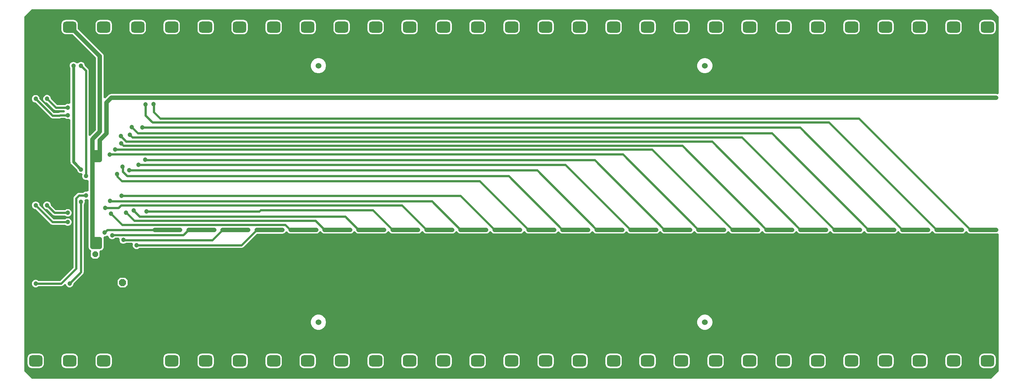
<source format=gbl>
G04*
G04 #@! TF.GenerationSoftware,Altium Limited,Altium Designer,19.1.5 (86)*
G04*
G04 Layer_Physical_Order=2*
G04 Layer_Color=255*
%FSLAX44Y44*%
%MOMM*%
G71*
G01*
G75*
%ADD12C,0.6000*%
%ADD40C,1.2000*%
%ADD41C,0.8000*%
%ADD43R,2.0000X2.0000*%
%ADD44P,1.9483X8X22.5*%
%ADD45C,1.8000*%
%ADD46C,1.5240*%
G04:AMPARAMS|DCode=47|XSize=3.5mm|YSize=3mm|CornerRadius=0.75mm|HoleSize=0mm|Usage=FLASHONLY|Rotation=180.000|XOffset=0mm|YOffset=0mm|HoleType=Round|Shape=RoundedRectangle|*
%AMROUNDEDRECTD47*
21,1,3.5000,1.5000,0,0,180.0*
21,1,2.0000,3.0000,0,0,180.0*
1,1,1.5000,-1.0000,0.7500*
1,1,1.5000,1.0000,0.7500*
1,1,1.5000,1.0000,-0.7500*
1,1,1.5000,-1.0000,-0.7500*
%
%ADD47ROUNDEDRECTD47*%
%ADD48P,1.6236X8X292.5*%
%ADD49C,1.5000*%
%ADD50C,1.2000*%
G36*
X2790000Y1180000D02*
X2790000D01*
Y976892D01*
X2789166Y975820D01*
X2788702Y975439D01*
X2786797Y974528D01*
X2786000Y974415D01*
X2785721Y974490D01*
X2785110Y974743D01*
X2784455Y974829D01*
X2783817Y975000D01*
X2783156D01*
X2782500Y975086D01*
X440000D01*
X437389Y974743D01*
X434957Y973735D01*
X432868Y972132D01*
X424086Y963350D01*
X420086Y965007D01*
Y1075000D01*
X420000Y1075655D01*
Y1076317D01*
X419829Y1076955D01*
X419743Y1077610D01*
X419490Y1078221D01*
X419319Y1078860D01*
X418988Y1079432D01*
X418735Y1080043D01*
X418332Y1080568D01*
X418002Y1081140D01*
X417535Y1081608D01*
X417132Y1082132D01*
X351599Y1147665D01*
Y1160000D01*
X351204Y1163002D01*
X350045Y1165800D01*
X348202Y1168202D01*
X345800Y1170045D01*
X343002Y1171204D01*
X340000Y1171599D01*
X320000D01*
X316998Y1171204D01*
X314200Y1170045D01*
X311798Y1168202D01*
X309955Y1165800D01*
X308796Y1163002D01*
X308401Y1160000D01*
Y1145000D01*
X308796Y1141998D01*
X309955Y1139200D01*
X311798Y1136798D01*
X314200Y1134955D01*
X316998Y1133796D01*
X320000Y1133401D01*
X337335D01*
X399914Y1070822D01*
Y879178D01*
X384070Y863335D01*
X380070Y864991D01*
Y1036990D01*
X379830Y1038817D01*
X379124Y1040520D01*
X378002Y1041982D01*
X370000Y1049985D01*
Y1051317D01*
X369319Y1053860D01*
X368002Y1056140D01*
X366140Y1058002D01*
X363860Y1059318D01*
X361316Y1060000D01*
X358684D01*
X356140Y1059318D01*
X353860Y1058002D01*
X352393Y1056535D01*
X350000Y1056320D01*
X347607Y1056535D01*
X346140Y1058002D01*
X343860Y1059318D01*
X341316Y1060000D01*
X338684D01*
X336140Y1059318D01*
X333860Y1058002D01*
X331998Y1056140D01*
X330681Y1053860D01*
X330000Y1051317D01*
Y1048683D01*
X330681Y1046140D01*
X331931Y1043976D01*
Y950877D01*
X330354Y949525D01*
X327931Y948326D01*
X326169Y948798D01*
X323536D01*
X320993Y948117D01*
X318712Y946800D01*
X317771Y945859D01*
X296626D01*
X280000Y962485D01*
Y963817D01*
X279319Y966360D01*
X278002Y968640D01*
X276140Y970502D01*
X273860Y971818D01*
X271317Y972500D01*
X268683D01*
X266140Y971818D01*
X263860Y970502D01*
X261998Y968640D01*
X260681Y966360D01*
X260000Y963817D01*
Y961183D01*
X260681Y958640D01*
X261998Y956360D01*
X263860Y954498D01*
X266140Y953182D01*
X268683Y952500D01*
X270015D01*
X288709Y933806D01*
X290172Y932684D01*
X291874Y931979D01*
X293702Y931738D01*
X315474D01*
X317340Y928642D01*
X315578Y925923D01*
X304632D01*
X302804Y925682D01*
X301101Y924977D01*
X300559Y924560D01*
X287675D01*
X250000Y962235D01*
Y963567D01*
X249319Y966110D01*
X248002Y968390D01*
X246140Y970252D01*
X243860Y971569D01*
X241317Y972250D01*
X238683D01*
X236140Y971569D01*
X233860Y970252D01*
X231998Y968390D01*
X230681Y966110D01*
X230000Y963567D01*
Y960934D01*
X230681Y958390D01*
X231998Y956110D01*
X233860Y954248D01*
X236140Y952932D01*
X238683Y952250D01*
X240015D01*
X279758Y912507D01*
X281220Y911385D01*
X282923Y910680D01*
X284750Y910440D01*
X303269D01*
X305096Y910680D01*
X306799Y911385D01*
X307342Y911802D01*
X317693D01*
X318634Y910861D01*
X320915Y909544D01*
X323458Y908863D01*
X326091D01*
X327931Y909355D01*
X330198Y908256D01*
X331931Y906829D01*
Y795000D01*
X332206Y792912D01*
X333012Y790965D01*
X334294Y789294D01*
X350035Y773554D01*
X350681Y771140D01*
X351998Y768860D01*
X353860Y766998D01*
X356140Y765682D01*
X358684Y765000D01*
X361316D01*
X363784Y761520D01*
X363691Y761360D01*
X363010Y758817D01*
Y756183D01*
X363691Y753640D01*
X365008Y751360D01*
X366870Y749498D01*
X369150Y748182D01*
X371693Y747500D01*
X374327D01*
X375914Y747925D01*
X378641Y746517D01*
X379914Y745320D01*
Y718497D01*
X378995Y717503D01*
X375914Y715812D01*
X374586Y716167D01*
X371953D01*
X369410Y715486D01*
X367130Y714169D01*
X366188Y713228D01*
X354800D01*
X352973Y712987D01*
X351270Y712282D01*
X349808Y711160D01*
X341944Y703296D01*
X340822Y701834D01*
X340116Y700131D01*
X339876Y698303D01*
Y514861D01*
X304415Y479400D01*
X247082D01*
X246140Y480341D01*
X243860Y481658D01*
X241317Y482340D01*
X238683D01*
X236140Y481658D01*
X233860Y480341D01*
X231998Y478480D01*
X230681Y476199D01*
X230000Y473656D01*
Y471023D01*
X230681Y468480D01*
X231998Y466199D01*
X233860Y464338D01*
X236140Y463021D01*
X238683Y462340D01*
X241317D01*
X243860Y463021D01*
X246140Y464338D01*
X247082Y465279D01*
X307339D01*
X309167Y465520D01*
X310870Y466225D01*
X312332Y467347D01*
X316049Y471064D01*
X316853Y471089D01*
X320386Y469744D01*
X320681Y468640D01*
X321998Y466360D01*
X323860Y464498D01*
X326140Y463181D01*
X328684Y462500D01*
X331316D01*
X333860Y463181D01*
X336140Y464498D01*
X338002Y466360D01*
X339319Y468640D01*
X340000Y471184D01*
Y472515D01*
X364992Y497508D01*
X366115Y498970D01*
X366820Y500673D01*
X367060Y502500D01*
Y682206D01*
X367938Y683083D01*
X369255Y685364D01*
X369936Y687907D01*
Y690540D01*
X369351Y692724D01*
X370174Y694135D01*
X371953Y696167D01*
X374586D01*
X375914Y696523D01*
X378995Y694832D01*
X379914Y693837D01*
Y590000D01*
X379914Y590000D01*
Y570000D01*
X380000Y569345D01*
Y568684D01*
X380171Y568045D01*
X380257Y567389D01*
X380510Y566779D01*
X380681Y566140D01*
X381012Y565568D01*
X381265Y564957D01*
X381668Y564432D01*
X381998Y563860D01*
X382465Y563392D01*
X382868Y562868D01*
X383392Y562465D01*
X383860Y561998D01*
X384432Y561668D01*
X384957Y561265D01*
X385568Y561012D01*
X386657Y557622D01*
X386626Y556888D01*
X386534Y556484D01*
X386000Y555950D01*
Y544450D01*
X391750Y538700D01*
X403250D01*
X409000Y544450D01*
Y555950D01*
X408546Y556404D01*
X408873Y557192D01*
X410612Y559994D01*
X410655Y560000D01*
X411316D01*
X411955Y560171D01*
X412611Y560257D01*
X413221Y560510D01*
X413860Y560681D01*
X414432Y561012D01*
X415043Y561265D01*
X415568Y561668D01*
X416140Y561998D01*
X416608Y562465D01*
X417132Y562868D01*
X417535Y563392D01*
X418002Y563860D01*
X418332Y564432D01*
X418735Y564957D01*
X418988Y565568D01*
X419319Y566140D01*
X419490Y566779D01*
X419743Y567389D01*
X419829Y568045D01*
X420000Y568684D01*
Y569345D01*
X420086Y570000D01*
Y590000D01*
X420000Y590655D01*
Y591316D01*
X419829Y591955D01*
X419743Y592611D01*
X419490Y593221D01*
X419319Y593860D01*
X420311Y596045D01*
X420820Y596666D01*
X421892Y597500D01*
X423816D01*
X426360Y598181D01*
X428640Y599498D01*
X430326Y599175D01*
X432771Y597972D01*
X433245Y596204D01*
X434562Y593924D01*
X436424Y592062D01*
X438704Y590745D01*
X441247Y590064D01*
X443880D01*
X446423Y590745D01*
X448704Y592062D01*
X450566Y593924D01*
X450575Y593940D01*
X459619D01*
X462167Y589940D01*
X462000Y589316D01*
Y586684D01*
X462682Y584140D01*
X463998Y581860D01*
X465860Y579998D01*
X468140Y578681D01*
X470684Y578000D01*
X473316D01*
X475860Y578681D01*
X478140Y579998D01*
X478860Y580718D01*
X494713D01*
X495761Y579709D01*
X497375Y576718D01*
X497000Y575317D01*
Y572683D01*
X497682Y570140D01*
X498998Y567860D01*
X500860Y565998D01*
X503140Y564682D01*
X505684Y564000D01*
X508316D01*
X510860Y564682D01*
X513140Y565998D01*
X514082Y566940D01*
X784600D01*
X786427Y567180D01*
X788130Y567886D01*
X789593Y569007D01*
X825260Y604675D01*
X825350Y604664D01*
X892850D01*
X893505Y604750D01*
X894166D01*
X894805Y604921D01*
X895461Y605007D01*
X896071Y605260D01*
X896710Y605432D01*
X897282Y605762D01*
X897893Y606015D01*
X898418Y606418D01*
X898990Y606748D01*
X899457Y607215D01*
X899982Y607618D01*
X900385Y608143D01*
X900852Y608610D01*
X901182Y609182D01*
X901585Y609707D01*
X901791Y610205D01*
X902353Y610428D01*
X903621Y610699D01*
X904175Y610722D01*
X904818Y610668D01*
X906033Y610291D01*
X906142Y610255D01*
X906265Y609957D01*
X906667Y609432D01*
X906998Y608860D01*
X907465Y608392D01*
X907868Y607868D01*
X908392Y607465D01*
X908860Y606998D01*
X909432Y606668D01*
X909957Y606265D01*
X910568Y606012D01*
X911140Y605681D01*
X911779Y605510D01*
X912390Y605257D01*
X913045Y605171D01*
X913683Y605000D01*
X914345D01*
X915000Y604914D01*
X982500D01*
X983155Y605000D01*
X983817D01*
X984455Y605171D01*
X985110Y605257D01*
X985721Y605510D01*
X986360Y605681D01*
X986932Y606012D01*
X987543Y606265D01*
X988068Y606668D01*
X988640Y606998D01*
X989108Y607465D01*
X989632Y607868D01*
X990034Y608392D01*
X990502Y608860D01*
X990833Y609432D01*
X991235Y609957D01*
X991488Y610568D01*
X991601Y610764D01*
X992539Y611007D01*
X993398Y611140D01*
X994102D01*
X994961Y611007D01*
X995899Y610764D01*
X996012Y610568D01*
X996265Y609957D01*
X996667Y609432D01*
X996998Y608860D01*
X997465Y608392D01*
X997868Y607868D01*
X998392Y607465D01*
X998860Y606998D01*
X999432Y606668D01*
X999957Y606265D01*
X1000568Y606012D01*
X1001140Y605681D01*
X1001779Y605510D01*
X1002390Y605257D01*
X1003045Y605171D01*
X1003683Y605000D01*
X1004345D01*
X1005000Y604914D01*
X1072500D01*
X1073155Y605000D01*
X1073892D01*
X1074604Y605191D01*
X1075110Y605257D01*
X1075582Y605453D01*
X1076435Y605681D01*
X1077200Y606123D01*
X1077543Y606265D01*
X1077838Y606491D01*
X1078716Y606998D01*
X1079433Y607715D01*
X1079632Y607868D01*
X1079785Y608067D01*
X1080577Y608860D01*
X1081138Y609831D01*
X1081235Y609957D01*
X1081296Y610104D01*
X1081633Y610687D01*
X1081858Y610751D01*
X1083788Y611026D01*
X1085923Y610722D01*
X1086012Y610568D01*
X1086265Y609957D01*
X1086667Y609432D01*
X1086998Y608860D01*
X1087465Y608392D01*
X1087868Y607868D01*
X1088392Y607465D01*
X1088860Y606998D01*
X1089432Y606668D01*
X1089957Y606265D01*
X1090568Y606012D01*
X1091140Y605681D01*
X1091779Y605510D01*
X1092390Y605257D01*
X1093045Y605171D01*
X1093683Y605000D01*
X1094345D01*
X1095000Y604914D01*
X1162500D01*
X1163155Y605000D01*
X1163817D01*
X1164455Y605171D01*
X1165110Y605257D01*
X1165721Y605510D01*
X1166360Y605681D01*
X1166932Y606012D01*
X1167543Y606265D01*
X1168068Y606668D01*
X1168640Y606998D01*
X1169108Y607465D01*
X1169632Y607868D01*
X1170034Y608392D01*
X1170502Y608860D01*
X1170833Y609432D01*
X1171235Y609957D01*
X1171488Y610568D01*
X1171601Y610764D01*
X1172539Y611007D01*
X1173398Y611140D01*
X1174102D01*
X1174961Y611007D01*
X1175899Y610764D01*
X1176012Y610568D01*
X1176265Y609957D01*
X1176667Y609432D01*
X1176998Y608860D01*
X1177465Y608392D01*
X1177868Y607868D01*
X1178392Y607465D01*
X1178860Y606998D01*
X1179432Y606668D01*
X1179957Y606265D01*
X1180568Y606012D01*
X1181140Y605681D01*
X1181779Y605510D01*
X1182390Y605257D01*
X1183045Y605171D01*
X1183683Y605000D01*
X1184345D01*
X1185000Y604914D01*
X1252500D01*
X1253155Y605000D01*
X1253817D01*
X1254455Y605171D01*
X1255110Y605257D01*
X1255721Y605510D01*
X1256360Y605681D01*
X1256932Y606012D01*
X1257543Y606265D01*
X1258068Y606668D01*
X1258640Y606998D01*
X1259108Y607465D01*
X1259632Y607868D01*
X1260035Y608392D01*
X1260502Y608860D01*
X1260833Y609432D01*
X1261235Y609957D01*
X1261488Y610568D01*
X1261601Y610764D01*
X1262539Y611007D01*
X1263398Y611140D01*
X1264102D01*
X1264961Y611007D01*
X1265899Y610764D01*
X1266012Y610568D01*
X1266265Y609957D01*
X1266667Y609432D01*
X1266998Y608860D01*
X1267465Y608392D01*
X1267868Y607868D01*
X1268392Y607465D01*
X1268860Y606998D01*
X1269432Y606668D01*
X1269957Y606265D01*
X1270568Y606012D01*
X1271140Y605681D01*
X1271779Y605510D01*
X1272390Y605257D01*
X1273045Y605171D01*
X1273683Y605000D01*
X1274345D01*
X1275000Y604914D01*
X1342500D01*
X1343155Y605000D01*
X1343817D01*
X1344455Y605171D01*
X1345110Y605257D01*
X1345721Y605510D01*
X1346360Y605681D01*
X1346932Y606012D01*
X1347543Y606265D01*
X1348068Y606668D01*
X1348640Y606998D01*
X1349108Y607465D01*
X1349632Y607868D01*
X1350035Y608392D01*
X1350502Y608860D01*
X1350833Y609432D01*
X1351235Y609957D01*
X1351488Y610568D01*
X1351601Y610764D01*
X1352538Y611007D01*
X1353398Y611140D01*
X1354102D01*
X1354962Y611007D01*
X1355899Y610764D01*
X1356012Y610568D01*
X1356265Y609957D01*
X1356667Y609432D01*
X1356998Y608860D01*
X1357465Y608392D01*
X1357868Y607868D01*
X1358392Y607465D01*
X1358860Y606998D01*
X1359432Y606668D01*
X1359957Y606265D01*
X1360568Y606012D01*
X1361140Y605681D01*
X1361779Y605510D01*
X1362390Y605257D01*
X1363045Y605171D01*
X1363683Y605000D01*
X1364345D01*
X1365000Y604914D01*
X1432500D01*
X1433155Y605000D01*
X1433817D01*
X1434455Y605171D01*
X1435110Y605257D01*
X1435721Y605510D01*
X1436360Y605681D01*
X1436932Y606012D01*
X1437543Y606265D01*
X1438068Y606668D01*
X1438640Y606998D01*
X1439108Y607465D01*
X1439632Y607868D01*
X1440035Y608392D01*
X1440502Y608860D01*
X1440833Y609432D01*
X1441235Y609957D01*
X1441488Y610568D01*
X1441601Y610764D01*
X1442538Y611007D01*
X1443398Y611140D01*
X1444102D01*
X1444962Y611007D01*
X1445899Y610764D01*
X1446012Y610568D01*
X1446265Y609957D01*
X1446667Y609432D01*
X1446998Y608860D01*
X1447465Y608392D01*
X1447868Y607868D01*
X1448392Y607465D01*
X1448860Y606998D01*
X1449432Y606668D01*
X1449957Y606265D01*
X1450568Y606012D01*
X1451140Y605681D01*
X1451779Y605510D01*
X1452390Y605257D01*
X1453045Y605171D01*
X1453683Y605000D01*
X1454345D01*
X1455000Y604914D01*
X1522500D01*
X1523155Y605000D01*
X1523817D01*
X1524455Y605171D01*
X1525110Y605257D01*
X1525721Y605510D01*
X1526360Y605681D01*
X1526932Y606012D01*
X1527543Y606265D01*
X1528068Y606668D01*
X1528640Y606998D01*
X1529108Y607465D01*
X1529632Y607868D01*
X1530035Y608392D01*
X1530502Y608860D01*
X1530833Y609432D01*
X1531235Y609957D01*
X1531488Y610568D01*
X1531601Y610764D01*
X1532538Y611007D01*
X1533398Y611140D01*
X1534102D01*
X1534962Y611007D01*
X1535899Y610764D01*
X1536012Y610568D01*
X1536265Y609957D01*
X1536667Y609432D01*
X1536998Y608860D01*
X1537465Y608392D01*
X1537868Y607868D01*
X1538392Y607465D01*
X1538860Y606998D01*
X1539432Y606668D01*
X1539957Y606265D01*
X1540568Y606012D01*
X1541140Y605681D01*
X1541779Y605510D01*
X1542390Y605257D01*
X1543045Y605171D01*
X1543683Y605000D01*
X1544345D01*
X1545000Y604914D01*
X1613119D01*
X1613775Y605000D01*
X1614436D01*
X1615075Y605171D01*
X1615730Y605257D01*
X1616340Y605510D01*
X1616979Y605681D01*
X1617552Y606012D01*
X1618163Y606265D01*
X1618687Y606667D01*
X1619259Y606998D01*
X1619727Y607466D01*
X1620251Y607868D01*
X1620654Y608392D01*
X1621121Y608860D01*
X1621452Y609432D01*
X1621854Y609957D01*
X1621881Y610022D01*
X1623735Y610568D01*
X1624384D01*
X1626238Y610022D01*
X1626265Y609957D01*
X1626667Y609432D01*
X1626998Y608860D01*
X1627465Y608392D01*
X1627868Y607868D01*
X1628392Y607465D01*
X1628860Y606998D01*
X1629432Y606668D01*
X1629957Y606265D01*
X1630568Y606012D01*
X1631140Y605681D01*
X1631779Y605510D01*
X1632390Y605257D01*
X1633045Y605171D01*
X1633683Y605000D01*
X1634345D01*
X1635000Y604914D01*
X1702786D01*
X1703442Y605000D01*
X1704103D01*
X1704741Y605171D01*
X1705397Y605257D01*
X1706008Y605510D01*
X1706646Y605681D01*
X1707218Y606012D01*
X1707829Y606265D01*
X1708354Y606668D01*
X1708926Y606998D01*
X1709393Y607465D01*
X1709918Y607868D01*
X1710321Y608393D01*
X1710788Y608860D01*
X1711118Y609432D01*
X1711521Y609957D01*
X1711728Y610457D01*
X1712174Y610626D01*
X1713893Y610878D01*
X1715613Y610626D01*
X1716058Y610457D01*
X1716265Y609957D01*
X1716667Y609432D01*
X1716998Y608860D01*
X1717465Y608392D01*
X1717868Y607868D01*
X1718392Y607465D01*
X1718860Y606998D01*
X1719432Y606668D01*
X1719957Y606265D01*
X1720568Y606012D01*
X1721140Y605681D01*
X1721779Y605510D01*
X1722390Y605257D01*
X1723045Y605171D01*
X1723683Y605000D01*
X1724345D01*
X1725000Y604914D01*
X1793119D01*
X1793775Y605000D01*
X1794436D01*
X1795075Y605171D01*
X1795730Y605257D01*
X1796340Y605510D01*
X1796979Y605681D01*
X1797552Y606012D01*
X1798163Y606265D01*
X1798687Y606667D01*
X1799259Y606998D01*
X1799727Y607466D01*
X1800251Y607868D01*
X1800654Y608392D01*
X1801121Y608860D01*
X1801452Y609432D01*
X1801854Y609957D01*
X1801881Y610022D01*
X1803735Y610568D01*
X1804384D01*
X1806238Y610022D01*
X1806265Y609957D01*
X1806667Y609432D01*
X1806998Y608860D01*
X1807465Y608392D01*
X1807868Y607868D01*
X1808392Y607465D01*
X1808860Y606998D01*
X1809432Y606668D01*
X1809957Y606265D01*
X1810568Y606012D01*
X1811140Y605681D01*
X1811779Y605510D01*
X1812390Y605257D01*
X1813045Y605171D01*
X1813683Y605000D01*
X1814345D01*
X1815000Y604914D01*
X1882500D01*
X1883155Y605000D01*
X1883817D01*
X1884455Y605171D01*
X1885110Y605257D01*
X1885721Y605510D01*
X1886360Y605681D01*
X1886933Y606012D01*
X1887543Y606265D01*
X1888067Y606667D01*
X1888640Y606998D01*
X1889108Y607466D01*
X1889632Y607868D01*
X1890034Y608392D01*
X1890502Y608860D01*
X1890833Y609432D01*
X1891235Y609957D01*
X1891488Y610568D01*
X1891601Y610764D01*
X1892540Y611007D01*
X1893398Y611140D01*
X1894102D01*
X1894962Y611007D01*
X1895899Y610764D01*
X1896012Y610568D01*
X1896265Y609957D01*
X1896667Y609432D01*
X1896998Y608860D01*
X1897465Y608392D01*
X1897868Y607868D01*
X1898392Y607465D01*
X1898860Y606998D01*
X1899432Y606668D01*
X1899957Y606265D01*
X1900568Y606012D01*
X1901140Y605681D01*
X1901779Y605510D01*
X1902390Y605257D01*
X1903045Y605171D01*
X1903683Y605000D01*
X1904344D01*
X1905000Y604914D01*
X1972500D01*
X1973155Y605000D01*
X1973817D01*
X1974455Y605171D01*
X1975110Y605257D01*
X1975721Y605510D01*
X1976360Y605681D01*
X1976932Y606012D01*
X1977543Y606265D01*
X1978068Y606667D01*
X1978640Y606998D01*
X1979108Y607465D01*
X1979632Y607868D01*
X1980035Y608392D01*
X1980502Y608860D01*
X1980833Y609432D01*
X1981235Y609957D01*
X1981488Y610568D01*
X1981601Y610764D01*
X1982538Y611007D01*
X1983398Y611140D01*
X1984102D01*
X1984961Y611007D01*
X1985899Y610764D01*
X1986012Y610568D01*
X1986265Y609957D01*
X1986667Y609432D01*
X1986998Y608860D01*
X1987465Y608392D01*
X1987868Y607868D01*
X1988392Y607465D01*
X1988860Y606998D01*
X1989432Y606668D01*
X1989957Y606265D01*
X1990568Y606012D01*
X1991140Y605681D01*
X1991779Y605510D01*
X1992390Y605257D01*
X1993045Y605171D01*
X1993683Y605000D01*
X1994345D01*
X1995000Y604914D01*
X2062500D01*
X2063155Y605000D01*
X2063817D01*
X2064455Y605171D01*
X2065110Y605257D01*
X2065721Y605510D01*
X2066360Y605681D01*
X2066932Y606012D01*
X2067543Y606265D01*
X2068068Y606668D01*
X2068640Y606998D01*
X2069108Y607465D01*
X2069632Y607868D01*
X2070034Y608392D01*
X2070502Y608860D01*
X2070833Y609432D01*
X2071235Y609957D01*
X2071488Y610568D01*
X2071601Y610764D01*
X2072538Y611007D01*
X2073398Y611140D01*
X2074102D01*
X2074962Y611007D01*
X2075899Y610764D01*
X2076012Y610568D01*
X2076265Y609957D01*
X2076667Y609432D01*
X2076998Y608860D01*
X2077465Y608392D01*
X2077868Y607868D01*
X2078392Y607465D01*
X2078860Y606998D01*
X2079432Y606668D01*
X2079957Y606265D01*
X2080568Y606012D01*
X2081140Y605681D01*
X2081779Y605510D01*
X2082390Y605257D01*
X2083045Y605171D01*
X2083683Y605000D01*
X2084345D01*
X2085000Y604914D01*
X2152500D01*
X2153155Y605000D01*
X2153817D01*
X2154455Y605171D01*
X2155110Y605257D01*
X2155721Y605510D01*
X2156360Y605681D01*
X2156932Y606012D01*
X2157543Y606265D01*
X2158068Y606668D01*
X2158640Y606998D01*
X2159108Y607465D01*
X2159632Y607868D01*
X2160034Y608392D01*
X2160502Y608860D01*
X2160833Y609432D01*
X2161235Y609957D01*
X2161488Y610568D01*
X2161601Y610764D01*
X2162538Y611007D01*
X2163398Y611140D01*
X2164102D01*
X2164962Y611007D01*
X2165899Y610764D01*
X2166012Y610568D01*
X2166265Y609957D01*
X2166667Y609432D01*
X2166998Y608860D01*
X2167465Y608392D01*
X2167868Y607868D01*
X2168392Y607465D01*
X2168860Y606998D01*
X2169432Y606668D01*
X2169957Y606265D01*
X2170568Y606012D01*
X2171140Y605681D01*
X2171779Y605510D01*
X2172390Y605257D01*
X2173045Y605171D01*
X2173683Y605000D01*
X2174345D01*
X2175000Y604914D01*
X2242500D01*
X2243155Y605000D01*
X2243817D01*
X2244455Y605171D01*
X2245110Y605257D01*
X2245721Y605510D01*
X2246360Y605681D01*
X2246933Y606012D01*
X2247543Y606265D01*
X2248067Y606667D01*
X2248640Y606998D01*
X2249108Y607466D01*
X2249632Y607868D01*
X2250034Y608392D01*
X2250502Y608860D01*
X2250833Y609432D01*
X2251235Y609957D01*
X2251488Y610568D01*
X2251601Y610764D01*
X2252539Y611007D01*
X2253398Y611140D01*
X2254102D01*
X2254962Y611007D01*
X2255899Y610764D01*
X2256012Y610568D01*
X2256265Y609957D01*
X2256667Y609432D01*
X2256998Y608860D01*
X2257465Y608392D01*
X2257868Y607868D01*
X2258392Y607465D01*
X2258860Y606998D01*
X2259432Y606668D01*
X2259957Y606265D01*
X2260568Y606012D01*
X2261140Y605681D01*
X2261779Y605510D01*
X2262390Y605257D01*
X2263045Y605171D01*
X2263683Y605000D01*
X2264345D01*
X2265000Y604914D01*
X2332500D01*
X2333155Y605000D01*
X2333817D01*
X2334455Y605171D01*
X2335110Y605257D01*
X2335721Y605510D01*
X2336360Y605681D01*
X2336932Y606012D01*
X2337543Y606265D01*
X2338068Y606668D01*
X2338640Y606998D01*
X2339108Y607465D01*
X2339632Y607868D01*
X2340035Y608392D01*
X2340502Y608860D01*
X2340833Y609432D01*
X2341235Y609957D01*
X2341488Y610568D01*
X2341601Y610764D01*
X2342538Y611007D01*
X2343398Y611140D01*
X2344102D01*
X2344962Y611007D01*
X2345899Y610764D01*
X2346012Y610568D01*
X2346265Y609957D01*
X2346667Y609432D01*
X2346998Y608860D01*
X2347465Y608392D01*
X2347868Y607868D01*
X2348392Y607465D01*
X2348860Y606998D01*
X2349432Y606668D01*
X2349957Y606265D01*
X2350568Y606012D01*
X2351140Y605681D01*
X2351779Y605510D01*
X2352390Y605257D01*
X2353045Y605171D01*
X2353683Y605000D01*
X2354345D01*
X2355000Y604914D01*
X2422500D01*
X2423155Y605000D01*
X2423817D01*
X2424455Y605171D01*
X2425110Y605257D01*
X2425721Y605510D01*
X2426360Y605681D01*
X2426932Y606012D01*
X2427543Y606265D01*
X2428068Y606668D01*
X2428640Y606998D01*
X2429108Y607465D01*
X2429632Y607868D01*
X2430035Y608392D01*
X2430502Y608860D01*
X2430833Y609432D01*
X2431235Y609957D01*
X2431488Y610568D01*
X2431601Y610764D01*
X2432538Y611007D01*
X2433398Y611140D01*
X2434102D01*
X2434962Y611007D01*
X2435899Y610764D01*
X2436012Y610568D01*
X2436265Y609957D01*
X2436667Y609432D01*
X2436998Y608860D01*
X2437465Y608392D01*
X2437868Y607868D01*
X2438392Y607465D01*
X2438860Y606998D01*
X2439432Y606668D01*
X2439957Y606265D01*
X2440568Y606012D01*
X2441140Y605681D01*
X2441779Y605510D01*
X2442390Y605257D01*
X2443045Y605171D01*
X2443683Y605000D01*
X2444345D01*
X2445000Y604914D01*
X2512500D01*
X2513155Y605000D01*
X2513817D01*
X2514455Y605171D01*
X2515110Y605257D01*
X2515721Y605510D01*
X2516360Y605681D01*
X2516932Y606012D01*
X2517543Y606265D01*
X2518068Y606668D01*
X2518640Y606998D01*
X2519108Y607465D01*
X2519632Y607868D01*
X2520035Y608392D01*
X2520502Y608860D01*
X2520833Y609432D01*
X2521235Y609957D01*
X2521488Y610568D01*
X2521601Y610764D01*
X2522538Y611007D01*
X2523398Y611140D01*
X2524102D01*
X2524962Y611007D01*
X2525899Y610764D01*
X2526012Y610568D01*
X2526265Y609957D01*
X2526667Y609432D01*
X2526998Y608860D01*
X2527465Y608392D01*
X2527868Y607868D01*
X2528392Y607465D01*
X2528860Y606998D01*
X2529432Y606668D01*
X2529957Y606265D01*
X2530568Y606012D01*
X2531140Y605681D01*
X2531779Y605510D01*
X2532390Y605257D01*
X2533045Y605171D01*
X2533683Y605000D01*
X2534345D01*
X2535000Y604914D01*
X2602500D01*
X2603155Y605000D01*
X2603817D01*
X2604455Y605171D01*
X2605110Y605257D01*
X2605721Y605510D01*
X2606360Y605681D01*
X2606933Y606012D01*
X2607543Y606265D01*
X2608068Y606667D01*
X2608640Y606998D01*
X2609108Y607466D01*
X2609632Y607868D01*
X2610034Y608392D01*
X2610502Y608860D01*
X2610833Y609432D01*
X2611235Y609957D01*
X2611488Y610568D01*
X2611601Y610764D01*
X2612538Y611007D01*
X2613398Y611140D01*
X2614102D01*
X2614962Y611007D01*
X2615899Y610764D01*
X2616012Y610568D01*
X2616265Y609957D01*
X2616667Y609432D01*
X2616998Y608860D01*
X2617466Y608392D01*
X2617868Y607868D01*
X2618393Y607465D01*
X2618860Y606998D01*
X2619432Y606668D01*
X2619957Y606265D01*
X2620568Y606012D01*
X2621140Y605681D01*
X2621779Y605510D01*
X2622390Y605257D01*
X2623045Y605171D01*
X2623683Y605000D01*
X2624344D01*
X2625000Y604914D01*
X2692500D01*
X2693155Y605000D01*
X2693817D01*
X2694455Y605171D01*
X2695110Y605257D01*
X2695721Y605510D01*
X2696360Y605681D01*
X2696932Y606012D01*
X2697543Y606265D01*
X2698068Y606667D01*
X2698640Y606998D01*
X2699108Y607466D01*
X2699632Y607868D01*
X2700034Y608392D01*
X2700502Y608860D01*
X2700833Y609432D01*
X2701235Y609957D01*
X2701488Y610568D01*
X2701601Y610764D01*
X2702538Y611007D01*
X2703398Y611140D01*
X2704102D01*
X2704962Y611007D01*
X2705899Y610764D01*
X2706012Y610568D01*
X2706265Y609957D01*
X2706667Y609432D01*
X2706998Y608860D01*
X2707466Y608392D01*
X2707868Y607868D01*
X2708393Y607465D01*
X2708860Y606998D01*
X2709432Y606668D01*
X2709957Y606265D01*
X2710568Y606012D01*
X2711140Y605681D01*
X2711779Y605510D01*
X2712390Y605257D01*
X2713045Y605171D01*
X2713683Y605000D01*
X2714344D01*
X2715000Y604914D01*
X2782500D01*
X2783156Y605000D01*
X2783817D01*
X2784455Y605171D01*
X2785110Y605257D01*
X2785721Y605510D01*
X2786000Y605585D01*
X2786797Y605472D01*
X2788702Y604561D01*
X2789166Y604180D01*
X2790000Y603108D01*
Y240000D01*
X2770000Y220000D01*
X230000Y220000D01*
X210000Y240000D01*
Y1180000D01*
X230000Y1200000D01*
X2770000D01*
X2790000Y1180000D01*
D02*
G37*
%LPC*%
G36*
X2770000Y1171599D02*
X2750000D01*
X2746998Y1171204D01*
X2744200Y1170045D01*
X2741798Y1168202D01*
X2739955Y1165800D01*
X2738796Y1163002D01*
X2738401Y1160000D01*
Y1145000D01*
X2738796Y1141998D01*
X2739955Y1139200D01*
X2741798Y1136798D01*
X2744200Y1134955D01*
X2746998Y1133796D01*
X2750000Y1133401D01*
X2770000D01*
X2773002Y1133796D01*
X2775800Y1134955D01*
X2778202Y1136798D01*
X2780045Y1139200D01*
X2781204Y1141998D01*
X2781599Y1145000D01*
Y1160000D01*
X2781204Y1163002D01*
X2780045Y1165800D01*
X2778202Y1168202D01*
X2775800Y1170045D01*
X2773002Y1171204D01*
X2770000Y1171599D01*
D02*
G37*
G36*
X2680000D02*
X2660000D01*
X2656998Y1171204D01*
X2654200Y1170045D01*
X2651798Y1168202D01*
X2649955Y1165800D01*
X2648796Y1163002D01*
X2648401Y1160000D01*
Y1145000D01*
X2648796Y1141998D01*
X2649955Y1139200D01*
X2651798Y1136798D01*
X2654200Y1134955D01*
X2656998Y1133796D01*
X2660000Y1133401D01*
X2680000D01*
X2683002Y1133796D01*
X2685800Y1134955D01*
X2688202Y1136798D01*
X2690045Y1139200D01*
X2691204Y1141998D01*
X2691599Y1145000D01*
Y1160000D01*
X2691204Y1163002D01*
X2690045Y1165800D01*
X2688202Y1168202D01*
X2685800Y1170045D01*
X2683002Y1171204D01*
X2680000Y1171599D01*
D02*
G37*
G36*
X2590000D02*
X2570000D01*
X2566998Y1171204D01*
X2564200Y1170045D01*
X2561798Y1168202D01*
X2559955Y1165800D01*
X2558796Y1163002D01*
X2558401Y1160000D01*
Y1145000D01*
X2558796Y1141998D01*
X2559955Y1139200D01*
X2561798Y1136798D01*
X2564200Y1134955D01*
X2566998Y1133796D01*
X2570000Y1133401D01*
X2590000D01*
X2593002Y1133796D01*
X2595800Y1134955D01*
X2598202Y1136798D01*
X2600045Y1139200D01*
X2601204Y1141998D01*
X2601599Y1145000D01*
Y1160000D01*
X2601204Y1163002D01*
X2600045Y1165800D01*
X2598202Y1168202D01*
X2595800Y1170045D01*
X2593002Y1171204D01*
X2590000Y1171599D01*
D02*
G37*
G36*
X2500000D02*
X2480000D01*
X2476998Y1171204D01*
X2474200Y1170045D01*
X2471798Y1168202D01*
X2469955Y1165800D01*
X2468796Y1163002D01*
X2468401Y1160000D01*
Y1145000D01*
X2468796Y1141998D01*
X2469955Y1139200D01*
X2471798Y1136798D01*
X2474200Y1134955D01*
X2476998Y1133796D01*
X2480000Y1133401D01*
X2500000D01*
X2503002Y1133796D01*
X2505800Y1134955D01*
X2508202Y1136798D01*
X2510045Y1139200D01*
X2511204Y1141998D01*
X2511599Y1145000D01*
Y1160000D01*
X2511204Y1163002D01*
X2510045Y1165800D01*
X2508202Y1168202D01*
X2505800Y1170045D01*
X2503002Y1171204D01*
X2500000Y1171599D01*
D02*
G37*
G36*
X2410000D02*
X2390000D01*
X2386998Y1171204D01*
X2384200Y1170045D01*
X2381798Y1168202D01*
X2379955Y1165800D01*
X2378796Y1163002D01*
X2378401Y1160000D01*
Y1145000D01*
X2378796Y1141998D01*
X2379955Y1139200D01*
X2381798Y1136798D01*
X2384200Y1134955D01*
X2386998Y1133796D01*
X2390000Y1133401D01*
X2410000D01*
X2413002Y1133796D01*
X2415800Y1134955D01*
X2418202Y1136798D01*
X2420045Y1139200D01*
X2421204Y1141998D01*
X2421599Y1145000D01*
Y1160000D01*
X2421204Y1163002D01*
X2420045Y1165800D01*
X2418202Y1168202D01*
X2415800Y1170045D01*
X2413002Y1171204D01*
X2410000Y1171599D01*
D02*
G37*
G36*
X2320000D02*
X2300000D01*
X2296998Y1171204D01*
X2294200Y1170045D01*
X2291798Y1168202D01*
X2289955Y1165800D01*
X2288796Y1163002D01*
X2288401Y1160000D01*
Y1145000D01*
X2288796Y1141998D01*
X2289955Y1139200D01*
X2291798Y1136798D01*
X2294200Y1134955D01*
X2296998Y1133796D01*
X2300000Y1133401D01*
X2320000D01*
X2323002Y1133796D01*
X2325800Y1134955D01*
X2328202Y1136798D01*
X2330045Y1139200D01*
X2331204Y1141998D01*
X2331599Y1145000D01*
Y1160000D01*
X2331204Y1163002D01*
X2330045Y1165800D01*
X2328202Y1168202D01*
X2325800Y1170045D01*
X2323002Y1171204D01*
X2320000Y1171599D01*
D02*
G37*
G36*
X2230000D02*
X2210000D01*
X2206998Y1171204D01*
X2204200Y1170045D01*
X2201798Y1168202D01*
X2199955Y1165800D01*
X2198796Y1163002D01*
X2198401Y1160000D01*
Y1145000D01*
X2198796Y1141998D01*
X2199955Y1139200D01*
X2201798Y1136798D01*
X2204200Y1134955D01*
X2206998Y1133796D01*
X2210000Y1133401D01*
X2230000D01*
X2233002Y1133796D01*
X2235800Y1134955D01*
X2238202Y1136798D01*
X2240045Y1139200D01*
X2241204Y1141998D01*
X2241599Y1145000D01*
Y1160000D01*
X2241204Y1163002D01*
X2240045Y1165800D01*
X2238202Y1168202D01*
X2235800Y1170045D01*
X2233002Y1171204D01*
X2230000Y1171599D01*
D02*
G37*
G36*
X2140000D02*
X2120000D01*
X2116998Y1171204D01*
X2114200Y1170045D01*
X2111798Y1168202D01*
X2109955Y1165800D01*
X2108796Y1163002D01*
X2108401Y1160000D01*
Y1145000D01*
X2108796Y1141998D01*
X2109955Y1139200D01*
X2111798Y1136798D01*
X2114200Y1134955D01*
X2116998Y1133796D01*
X2120000Y1133401D01*
X2140000D01*
X2143002Y1133796D01*
X2145800Y1134955D01*
X2148202Y1136798D01*
X2150045Y1139200D01*
X2151204Y1141998D01*
X2151599Y1145000D01*
Y1160000D01*
X2151204Y1163002D01*
X2150045Y1165800D01*
X2148202Y1168202D01*
X2145800Y1170045D01*
X2143002Y1171204D01*
X2140000Y1171599D01*
D02*
G37*
G36*
X2050000D02*
X2030000D01*
X2026998Y1171204D01*
X2024200Y1170045D01*
X2021798Y1168202D01*
X2019955Y1165800D01*
X2018796Y1163002D01*
X2018401Y1160000D01*
Y1145000D01*
X2018796Y1141998D01*
X2019955Y1139200D01*
X2021798Y1136798D01*
X2024200Y1134955D01*
X2026998Y1133796D01*
X2030000Y1133401D01*
X2050000D01*
X2053002Y1133796D01*
X2055800Y1134955D01*
X2058202Y1136798D01*
X2060045Y1139200D01*
X2061204Y1141998D01*
X2061599Y1145000D01*
Y1160000D01*
X2061204Y1163002D01*
X2060045Y1165800D01*
X2058202Y1168202D01*
X2055800Y1170045D01*
X2053002Y1171204D01*
X2050000Y1171599D01*
D02*
G37*
G36*
X1960000D02*
X1940000D01*
X1936998Y1171204D01*
X1934200Y1170045D01*
X1931798Y1168202D01*
X1929955Y1165800D01*
X1928796Y1163002D01*
X1928401Y1160000D01*
Y1145000D01*
X1928796Y1141998D01*
X1929955Y1139200D01*
X1931798Y1136798D01*
X1934200Y1134955D01*
X1936998Y1133796D01*
X1940000Y1133401D01*
X1960000D01*
X1963002Y1133796D01*
X1965800Y1134955D01*
X1968202Y1136798D01*
X1970045Y1139200D01*
X1971204Y1141998D01*
X1971599Y1145000D01*
Y1160000D01*
X1971204Y1163002D01*
X1970045Y1165800D01*
X1968202Y1168202D01*
X1965800Y1170045D01*
X1963002Y1171204D01*
X1960000Y1171599D01*
D02*
G37*
G36*
X1870000D02*
X1850000D01*
X1846998Y1171204D01*
X1844200Y1170045D01*
X1841798Y1168202D01*
X1839955Y1165800D01*
X1838796Y1163002D01*
X1838401Y1160000D01*
Y1145000D01*
X1838796Y1141998D01*
X1839955Y1139200D01*
X1841798Y1136798D01*
X1844200Y1134955D01*
X1846998Y1133796D01*
X1850000Y1133401D01*
X1870000D01*
X1873002Y1133796D01*
X1875800Y1134955D01*
X1878202Y1136798D01*
X1880045Y1139200D01*
X1881204Y1141998D01*
X1881599Y1145000D01*
Y1160000D01*
X1881204Y1163002D01*
X1880045Y1165800D01*
X1878202Y1168202D01*
X1875800Y1170045D01*
X1873002Y1171204D01*
X1870000Y1171599D01*
D02*
G37*
G36*
X1780000D02*
X1760000D01*
X1756998Y1171204D01*
X1754200Y1170045D01*
X1751798Y1168202D01*
X1749955Y1165800D01*
X1748796Y1163002D01*
X1748401Y1160000D01*
Y1145000D01*
X1748796Y1141998D01*
X1749955Y1139200D01*
X1751798Y1136798D01*
X1754200Y1134955D01*
X1756998Y1133796D01*
X1760000Y1133401D01*
X1780000D01*
X1783002Y1133796D01*
X1785800Y1134955D01*
X1788202Y1136798D01*
X1790045Y1139200D01*
X1791204Y1141998D01*
X1791599Y1145000D01*
Y1160000D01*
X1791204Y1163002D01*
X1790045Y1165800D01*
X1788202Y1168202D01*
X1785800Y1170045D01*
X1783002Y1171204D01*
X1780000Y1171599D01*
D02*
G37*
G36*
X1690000D02*
X1670000D01*
X1666998Y1171204D01*
X1664200Y1170045D01*
X1661798Y1168202D01*
X1659955Y1165800D01*
X1658796Y1163002D01*
X1658401Y1160000D01*
Y1145000D01*
X1658796Y1141998D01*
X1659955Y1139200D01*
X1661798Y1136798D01*
X1664200Y1134955D01*
X1666998Y1133796D01*
X1670000Y1133401D01*
X1690000D01*
X1693002Y1133796D01*
X1695800Y1134955D01*
X1698202Y1136798D01*
X1700045Y1139200D01*
X1701204Y1141998D01*
X1701599Y1145000D01*
Y1160000D01*
X1701204Y1163002D01*
X1700045Y1165800D01*
X1698202Y1168202D01*
X1695800Y1170045D01*
X1693002Y1171204D01*
X1690000Y1171599D01*
D02*
G37*
G36*
X1600000D02*
X1580000D01*
X1576998Y1171204D01*
X1574200Y1170045D01*
X1571798Y1168202D01*
X1569955Y1165800D01*
X1568796Y1163002D01*
X1568401Y1160000D01*
Y1145000D01*
X1568796Y1141998D01*
X1569955Y1139200D01*
X1571798Y1136798D01*
X1574200Y1134955D01*
X1576998Y1133796D01*
X1580000Y1133401D01*
X1600000D01*
X1603002Y1133796D01*
X1605800Y1134955D01*
X1608202Y1136798D01*
X1610045Y1139200D01*
X1611204Y1141998D01*
X1611599Y1145000D01*
Y1160000D01*
X1611204Y1163002D01*
X1610045Y1165800D01*
X1608202Y1168202D01*
X1605800Y1170045D01*
X1603002Y1171204D01*
X1600000Y1171599D01*
D02*
G37*
G36*
X1510000D02*
X1490000D01*
X1486998Y1171204D01*
X1484200Y1170045D01*
X1481798Y1168202D01*
X1479955Y1165800D01*
X1478796Y1163002D01*
X1478401Y1160000D01*
Y1145000D01*
X1478796Y1141998D01*
X1479955Y1139200D01*
X1481798Y1136798D01*
X1484200Y1134955D01*
X1486998Y1133796D01*
X1490000Y1133401D01*
X1510000D01*
X1513002Y1133796D01*
X1515800Y1134955D01*
X1518202Y1136798D01*
X1520045Y1139200D01*
X1521204Y1141998D01*
X1521599Y1145000D01*
Y1160000D01*
X1521204Y1163002D01*
X1520045Y1165800D01*
X1518202Y1168202D01*
X1515800Y1170045D01*
X1513002Y1171204D01*
X1510000Y1171599D01*
D02*
G37*
G36*
X1420000D02*
X1400000D01*
X1396998Y1171204D01*
X1394200Y1170045D01*
X1391798Y1168202D01*
X1389955Y1165800D01*
X1388796Y1163002D01*
X1388401Y1160000D01*
Y1145000D01*
X1388796Y1141998D01*
X1389955Y1139200D01*
X1391798Y1136798D01*
X1394200Y1134955D01*
X1396998Y1133796D01*
X1400000Y1133401D01*
X1420000D01*
X1423002Y1133796D01*
X1425800Y1134955D01*
X1428202Y1136798D01*
X1430045Y1139200D01*
X1431204Y1141998D01*
X1431599Y1145000D01*
Y1160000D01*
X1431204Y1163002D01*
X1430045Y1165800D01*
X1428202Y1168202D01*
X1425800Y1170045D01*
X1423002Y1171204D01*
X1420000Y1171599D01*
D02*
G37*
G36*
X1330000D02*
X1310000D01*
X1306998Y1171204D01*
X1304200Y1170045D01*
X1301798Y1168202D01*
X1299955Y1165800D01*
X1298796Y1163002D01*
X1298401Y1160000D01*
Y1145000D01*
X1298796Y1141998D01*
X1299955Y1139200D01*
X1301798Y1136798D01*
X1304200Y1134955D01*
X1306998Y1133796D01*
X1310000Y1133401D01*
X1330000D01*
X1333002Y1133796D01*
X1335800Y1134955D01*
X1338202Y1136798D01*
X1340045Y1139200D01*
X1341204Y1141998D01*
X1341599Y1145000D01*
Y1160000D01*
X1341204Y1163002D01*
X1340045Y1165800D01*
X1338202Y1168202D01*
X1335800Y1170045D01*
X1333002Y1171204D01*
X1330000Y1171599D01*
D02*
G37*
G36*
X1240000D02*
X1220000D01*
X1216998Y1171204D01*
X1214200Y1170045D01*
X1211798Y1168202D01*
X1209955Y1165800D01*
X1208796Y1163002D01*
X1208401Y1160000D01*
Y1145000D01*
X1208796Y1141998D01*
X1209955Y1139200D01*
X1211798Y1136798D01*
X1214200Y1134955D01*
X1216998Y1133796D01*
X1220000Y1133401D01*
X1240000D01*
X1243002Y1133796D01*
X1245800Y1134955D01*
X1248202Y1136798D01*
X1250045Y1139200D01*
X1251204Y1141998D01*
X1251599Y1145000D01*
Y1160000D01*
X1251204Y1163002D01*
X1250045Y1165800D01*
X1248202Y1168202D01*
X1245800Y1170045D01*
X1243002Y1171204D01*
X1240000Y1171599D01*
D02*
G37*
G36*
X1150000D02*
X1130000D01*
X1126998Y1171204D01*
X1124200Y1170045D01*
X1121798Y1168202D01*
X1119955Y1165800D01*
X1118796Y1163002D01*
X1118401Y1160000D01*
Y1145000D01*
X1118796Y1141998D01*
X1119955Y1139200D01*
X1121798Y1136798D01*
X1124200Y1134955D01*
X1126998Y1133796D01*
X1130000Y1133401D01*
X1150000D01*
X1153002Y1133796D01*
X1155800Y1134955D01*
X1158202Y1136798D01*
X1160045Y1139200D01*
X1161204Y1141998D01*
X1161599Y1145000D01*
Y1160000D01*
X1161204Y1163002D01*
X1160045Y1165800D01*
X1158202Y1168202D01*
X1155800Y1170045D01*
X1153002Y1171204D01*
X1150000Y1171599D01*
D02*
G37*
G36*
X1060000D02*
X1040000D01*
X1036998Y1171204D01*
X1034200Y1170045D01*
X1031798Y1168202D01*
X1029955Y1165800D01*
X1028796Y1163002D01*
X1028401Y1160000D01*
Y1145000D01*
X1028796Y1141998D01*
X1029955Y1139200D01*
X1031798Y1136798D01*
X1034200Y1134955D01*
X1036998Y1133796D01*
X1040000Y1133401D01*
X1060000D01*
X1063002Y1133796D01*
X1065800Y1134955D01*
X1068202Y1136798D01*
X1070045Y1139200D01*
X1071204Y1141998D01*
X1071599Y1145000D01*
Y1160000D01*
X1071204Y1163002D01*
X1070045Y1165800D01*
X1068202Y1168202D01*
X1065800Y1170045D01*
X1063002Y1171204D01*
X1060000Y1171599D01*
D02*
G37*
G36*
X970000D02*
X950000D01*
X946998Y1171204D01*
X944200Y1170045D01*
X941798Y1168202D01*
X939955Y1165800D01*
X938796Y1163002D01*
X938401Y1160000D01*
Y1145000D01*
X938796Y1141998D01*
X939955Y1139200D01*
X941798Y1136798D01*
X944200Y1134955D01*
X946998Y1133796D01*
X950000Y1133401D01*
X970000D01*
X973002Y1133796D01*
X975800Y1134955D01*
X978202Y1136798D01*
X980045Y1139200D01*
X981204Y1141998D01*
X981599Y1145000D01*
Y1160000D01*
X981204Y1163002D01*
X980045Y1165800D01*
X978202Y1168202D01*
X975800Y1170045D01*
X973002Y1171204D01*
X970000Y1171599D01*
D02*
G37*
G36*
X880000D02*
X860000D01*
X856998Y1171204D01*
X854200Y1170045D01*
X851798Y1168202D01*
X849955Y1165800D01*
X848796Y1163002D01*
X848401Y1160000D01*
Y1145000D01*
X848796Y1141998D01*
X849955Y1139200D01*
X851798Y1136798D01*
X854200Y1134955D01*
X856998Y1133796D01*
X860000Y1133401D01*
X880000D01*
X883002Y1133796D01*
X885800Y1134955D01*
X888202Y1136798D01*
X890045Y1139200D01*
X891204Y1141998D01*
X891599Y1145000D01*
Y1160000D01*
X891204Y1163002D01*
X890045Y1165800D01*
X888202Y1168202D01*
X885800Y1170045D01*
X883002Y1171204D01*
X880000Y1171599D01*
D02*
G37*
G36*
X790000D02*
X770000D01*
X766998Y1171204D01*
X764200Y1170045D01*
X761798Y1168202D01*
X759955Y1165800D01*
X758796Y1163002D01*
X758401Y1160000D01*
Y1145000D01*
X758796Y1141998D01*
X759955Y1139200D01*
X761798Y1136798D01*
X764200Y1134955D01*
X766998Y1133796D01*
X770000Y1133401D01*
X790000D01*
X793002Y1133796D01*
X795800Y1134955D01*
X798202Y1136798D01*
X800045Y1139200D01*
X801204Y1141998D01*
X801599Y1145000D01*
Y1160000D01*
X801204Y1163002D01*
X800045Y1165800D01*
X798202Y1168202D01*
X795800Y1170045D01*
X793002Y1171204D01*
X790000Y1171599D01*
D02*
G37*
G36*
X700000D02*
X680000D01*
X676998Y1171204D01*
X674200Y1170045D01*
X671798Y1168202D01*
X669955Y1165800D01*
X668796Y1163002D01*
X668401Y1160000D01*
Y1145000D01*
X668796Y1141998D01*
X669955Y1139200D01*
X671798Y1136798D01*
X674200Y1134955D01*
X676998Y1133796D01*
X680000Y1133401D01*
X700000D01*
X703002Y1133796D01*
X705800Y1134955D01*
X708202Y1136798D01*
X710045Y1139200D01*
X711204Y1141998D01*
X711599Y1145000D01*
Y1160000D01*
X711204Y1163002D01*
X710045Y1165800D01*
X708202Y1168202D01*
X705800Y1170045D01*
X703002Y1171204D01*
X700000Y1171599D01*
D02*
G37*
G36*
X610000D02*
X590000D01*
X586998Y1171204D01*
X584200Y1170045D01*
X581798Y1168202D01*
X579955Y1165800D01*
X578796Y1163002D01*
X578401Y1160000D01*
Y1145000D01*
X578796Y1141998D01*
X579955Y1139200D01*
X581798Y1136798D01*
X584200Y1134955D01*
X586998Y1133796D01*
X590000Y1133401D01*
X610000D01*
X613002Y1133796D01*
X615800Y1134955D01*
X618202Y1136798D01*
X620045Y1139200D01*
X621204Y1141998D01*
X621599Y1145000D01*
Y1160000D01*
X621204Y1163002D01*
X620045Y1165800D01*
X618202Y1168202D01*
X615800Y1170045D01*
X613002Y1171204D01*
X610000Y1171599D01*
D02*
G37*
G36*
X520000D02*
X500000D01*
X496998Y1171204D01*
X494200Y1170045D01*
X491798Y1168202D01*
X489955Y1165800D01*
X488796Y1163002D01*
X488401Y1160000D01*
Y1145000D01*
X488796Y1141998D01*
X489955Y1139200D01*
X491798Y1136798D01*
X494200Y1134955D01*
X496998Y1133796D01*
X500000Y1133401D01*
X520000D01*
X523002Y1133796D01*
X525800Y1134955D01*
X528202Y1136798D01*
X530045Y1139200D01*
X531204Y1141998D01*
X531599Y1145000D01*
Y1160000D01*
X531204Y1163002D01*
X530045Y1165800D01*
X528202Y1168202D01*
X525800Y1170045D01*
X523002Y1171204D01*
X520000Y1171599D01*
D02*
G37*
G36*
X430000D02*
X410000D01*
X406998Y1171204D01*
X404200Y1170045D01*
X401798Y1168202D01*
X399955Y1165800D01*
X398796Y1163002D01*
X398401Y1160000D01*
Y1145000D01*
X398796Y1141998D01*
X399955Y1139200D01*
X401798Y1136798D01*
X404200Y1134955D01*
X406998Y1133796D01*
X410000Y1133401D01*
X430000D01*
X433002Y1133796D01*
X435800Y1134955D01*
X438202Y1136798D01*
X440045Y1139200D01*
X441204Y1141998D01*
X441599Y1145000D01*
Y1160000D01*
X441204Y1163002D01*
X440045Y1165800D01*
X438202Y1168202D01*
X435800Y1170045D01*
X433002Y1171204D01*
X430000Y1171599D01*
D02*
G37*
G36*
X2013470Y1070000D02*
X2009530D01*
X2005666Y1069231D01*
X2002027Y1067724D01*
X1998751Y1065535D01*
X1995965Y1062749D01*
X1993776Y1059473D01*
X1992269Y1055834D01*
X1991500Y1051970D01*
Y1048030D01*
X1992269Y1044166D01*
X1993776Y1040527D01*
X1995965Y1037251D01*
X1998751Y1034465D01*
X2002027Y1032276D01*
X2005666Y1030769D01*
X2009530Y1030000D01*
X2013470D01*
X2017334Y1030769D01*
X2020974Y1032276D01*
X2024249Y1034465D01*
X2027035Y1037251D01*
X2029224Y1040527D01*
X2030731Y1044166D01*
X2031500Y1048030D01*
Y1051970D01*
X2030731Y1055834D01*
X2029224Y1059473D01*
X2027035Y1062749D01*
X2024249Y1065535D01*
X2020974Y1067724D01*
X2017334Y1069231D01*
X2013470Y1070000D01*
D02*
G37*
G36*
X990470D02*
X986530D01*
X982666Y1069231D01*
X979026Y1067724D01*
X975751Y1065535D01*
X972965Y1062749D01*
X970776Y1059473D01*
X969269Y1055834D01*
X968500Y1051970D01*
Y1048030D01*
X969269Y1044166D01*
X970776Y1040527D01*
X972965Y1037251D01*
X975751Y1034465D01*
X979026Y1032276D01*
X982666Y1030769D01*
X986530Y1030000D01*
X990470D01*
X994334Y1030769D01*
X997973Y1032276D01*
X1001249Y1034465D01*
X1004035Y1037251D01*
X1006224Y1040527D01*
X1007731Y1044166D01*
X1008500Y1048030D01*
Y1051970D01*
X1007731Y1055834D01*
X1006224Y1059473D01*
X1004035Y1062749D01*
X1001249Y1065535D01*
X997973Y1067724D01*
X994334Y1069231D01*
X990470Y1070000D01*
D02*
G37*
G36*
X271317Y690000D02*
X268683D01*
X266140Y689318D01*
X263860Y688002D01*
X261998Y686140D01*
X260681Y683860D01*
X260000Y681317D01*
Y678683D01*
X260681Y676140D01*
X261998Y673860D01*
X263860Y671998D01*
X266140Y670682D01*
X268683Y670000D01*
X270015D01*
X285008Y655008D01*
X286470Y653885D01*
X288173Y653180D01*
X290000Y652940D01*
X317918D01*
X318860Y651998D01*
X321140Y650682D01*
X323684Y650000D01*
X326316D01*
X328860Y650682D01*
X331140Y651998D01*
X333002Y653860D01*
X334319Y656140D01*
X335000Y658683D01*
Y661317D01*
X334319Y663860D01*
X333002Y666140D01*
X331140Y668002D01*
X328860Y669318D01*
X326316Y670000D01*
X323684D01*
X321140Y669318D01*
X318860Y668002D01*
X317918Y667060D01*
X292924D01*
X280000Y679985D01*
Y681317D01*
X279319Y683860D01*
X278002Y686140D01*
X276140Y688002D01*
X273860Y689318D01*
X271317Y690000D01*
D02*
G37*
G36*
X241317D02*
X238683D01*
X236140Y689318D01*
X233860Y688002D01*
X231998Y686140D01*
X230681Y683860D01*
X230000Y681317D01*
Y678683D01*
X230681Y676140D01*
X231998Y673860D01*
X233860Y671998D01*
X236140Y670682D01*
X238683Y670000D01*
X240015D01*
X279566Y630449D01*
X281029Y629327D01*
X282732Y628621D01*
X284559Y628381D01*
X317856D01*
X318798Y627439D01*
X321078Y626123D01*
X323621Y625441D01*
X326254D01*
X328798Y626123D01*
X331078Y627439D01*
X332940Y629301D01*
X334256Y631581D01*
X334938Y634124D01*
Y636758D01*
X334256Y639301D01*
X332940Y641581D01*
X331078Y643443D01*
X328798Y644760D01*
X326254Y645441D01*
X323621D01*
X321078Y644760D01*
X318798Y643443D01*
X317856Y642501D01*
X287484D01*
X250000Y679985D01*
Y681317D01*
X249319Y683860D01*
X248002Y686140D01*
X246140Y688002D01*
X243860Y689318D01*
X241317Y690000D01*
D02*
G37*
G36*
X476500Y488000D02*
X463500D01*
X457000Y481500D01*
Y468500D01*
X463500Y462000D01*
X476500D01*
X483000Y468500D01*
Y481500D01*
X476500Y488000D01*
D02*
G37*
G36*
X2013470Y390000D02*
X2009530D01*
X2005666Y389231D01*
X2002027Y387724D01*
X1998751Y385535D01*
X1995965Y382749D01*
X1993776Y379473D01*
X1992269Y375834D01*
X1991500Y371970D01*
Y368030D01*
X1992269Y364166D01*
X1993776Y360527D01*
X1995965Y357251D01*
X1998751Y354465D01*
X2002027Y352276D01*
X2005666Y350769D01*
X2009530Y350000D01*
X2013470D01*
X2017334Y350769D01*
X2020974Y352276D01*
X2024249Y354465D01*
X2027035Y357251D01*
X2029224Y360527D01*
X2030731Y364166D01*
X2031500Y368030D01*
Y371970D01*
X2030731Y375834D01*
X2029224Y379473D01*
X2027035Y382749D01*
X2024249Y385535D01*
X2020974Y387724D01*
X2017334Y389231D01*
X2013470Y390000D01*
D02*
G37*
G36*
X990470D02*
X986530D01*
X982666Y389231D01*
X979026Y387724D01*
X975751Y385535D01*
X972965Y382749D01*
X970776Y379473D01*
X969269Y375834D01*
X968500Y371970D01*
Y368030D01*
X969269Y364166D01*
X970776Y360527D01*
X972965Y357251D01*
X975751Y354465D01*
X979026Y352276D01*
X982666Y350769D01*
X986530Y350000D01*
X990470D01*
X994334Y350769D01*
X997973Y352276D01*
X1001249Y354465D01*
X1004035Y357251D01*
X1006224Y360527D01*
X1007731Y364166D01*
X1008500Y368030D01*
Y371970D01*
X1007731Y375834D01*
X1006224Y379473D01*
X1004035Y382749D01*
X1001249Y385535D01*
X997973Y387724D01*
X994334Y389231D01*
X990470Y390000D01*
D02*
G37*
G36*
X2770000Y286599D02*
X2750000D01*
X2746998Y286204D01*
X2744200Y285045D01*
X2741798Y283202D01*
X2739955Y280800D01*
X2738796Y278002D01*
X2738401Y275000D01*
Y260000D01*
X2738796Y256998D01*
X2739955Y254200D01*
X2741798Y251798D01*
X2744200Y249955D01*
X2746998Y248796D01*
X2750000Y248401D01*
X2770000D01*
X2773002Y248796D01*
X2775800Y249955D01*
X2778202Y251798D01*
X2780045Y254200D01*
X2781204Y256998D01*
X2781599Y260000D01*
Y275000D01*
X2781204Y278002D01*
X2780045Y280800D01*
X2778202Y283202D01*
X2775800Y285045D01*
X2773002Y286204D01*
X2770000Y286599D01*
D02*
G37*
G36*
X2680000D02*
X2660000D01*
X2656998Y286204D01*
X2654200Y285045D01*
X2651798Y283202D01*
X2649955Y280800D01*
X2648796Y278002D01*
X2648401Y275000D01*
Y260000D01*
X2648796Y256998D01*
X2649955Y254200D01*
X2651798Y251798D01*
X2654200Y249955D01*
X2656998Y248796D01*
X2660000Y248401D01*
X2680000D01*
X2683002Y248796D01*
X2685800Y249955D01*
X2688202Y251798D01*
X2690045Y254200D01*
X2691204Y256998D01*
X2691599Y260000D01*
Y275000D01*
X2691204Y278002D01*
X2690045Y280800D01*
X2688202Y283202D01*
X2685800Y285045D01*
X2683002Y286204D01*
X2680000Y286599D01*
D02*
G37*
G36*
X2590000D02*
X2570000D01*
X2566998Y286204D01*
X2564200Y285045D01*
X2561798Y283202D01*
X2559955Y280800D01*
X2558796Y278002D01*
X2558401Y275000D01*
Y260000D01*
X2558796Y256998D01*
X2559955Y254200D01*
X2561798Y251798D01*
X2564200Y249955D01*
X2566998Y248796D01*
X2570000Y248401D01*
X2590000D01*
X2593002Y248796D01*
X2595800Y249955D01*
X2598202Y251798D01*
X2600045Y254200D01*
X2601204Y256998D01*
X2601599Y260000D01*
Y275000D01*
X2601204Y278002D01*
X2600045Y280800D01*
X2598202Y283202D01*
X2595800Y285045D01*
X2593002Y286204D01*
X2590000Y286599D01*
D02*
G37*
G36*
X2500000D02*
X2480000D01*
X2476998Y286204D01*
X2474200Y285045D01*
X2471798Y283202D01*
X2469955Y280800D01*
X2468796Y278002D01*
X2468401Y275000D01*
Y260000D01*
X2468796Y256998D01*
X2469955Y254200D01*
X2471798Y251798D01*
X2474200Y249955D01*
X2476998Y248796D01*
X2480000Y248401D01*
X2500000D01*
X2503002Y248796D01*
X2505800Y249955D01*
X2508202Y251798D01*
X2510045Y254200D01*
X2511204Y256998D01*
X2511599Y260000D01*
Y275000D01*
X2511204Y278002D01*
X2510045Y280800D01*
X2508202Y283202D01*
X2505800Y285045D01*
X2503002Y286204D01*
X2500000Y286599D01*
D02*
G37*
G36*
X2410000D02*
X2390000D01*
X2386998Y286204D01*
X2384200Y285045D01*
X2381798Y283202D01*
X2379955Y280800D01*
X2378796Y278002D01*
X2378401Y275000D01*
Y260000D01*
X2378796Y256998D01*
X2379955Y254200D01*
X2381798Y251798D01*
X2384200Y249955D01*
X2386998Y248796D01*
X2390000Y248401D01*
X2410000D01*
X2413002Y248796D01*
X2415800Y249955D01*
X2418202Y251798D01*
X2420045Y254200D01*
X2421204Y256998D01*
X2421599Y260000D01*
Y275000D01*
X2421204Y278002D01*
X2420045Y280800D01*
X2418202Y283202D01*
X2415800Y285045D01*
X2413002Y286204D01*
X2410000Y286599D01*
D02*
G37*
G36*
X2320000D02*
X2300000D01*
X2296998Y286204D01*
X2294200Y285045D01*
X2291798Y283202D01*
X2289955Y280800D01*
X2288796Y278002D01*
X2288401Y275000D01*
Y260000D01*
X2288796Y256998D01*
X2289955Y254200D01*
X2291798Y251798D01*
X2294200Y249955D01*
X2296998Y248796D01*
X2300000Y248401D01*
X2320000D01*
X2323002Y248796D01*
X2325800Y249955D01*
X2328202Y251798D01*
X2330045Y254200D01*
X2331204Y256998D01*
X2331599Y260000D01*
Y275000D01*
X2331204Y278002D01*
X2330045Y280800D01*
X2328202Y283202D01*
X2325800Y285045D01*
X2323002Y286204D01*
X2320000Y286599D01*
D02*
G37*
G36*
X2230000D02*
X2210000D01*
X2206998Y286204D01*
X2204200Y285045D01*
X2201798Y283202D01*
X2199955Y280800D01*
X2198796Y278002D01*
X2198401Y275000D01*
Y260000D01*
X2198796Y256998D01*
X2199955Y254200D01*
X2201798Y251798D01*
X2204200Y249955D01*
X2206998Y248796D01*
X2210000Y248401D01*
X2230000D01*
X2233002Y248796D01*
X2235800Y249955D01*
X2238202Y251798D01*
X2240045Y254200D01*
X2241204Y256998D01*
X2241599Y260000D01*
Y275000D01*
X2241204Y278002D01*
X2240045Y280800D01*
X2238202Y283202D01*
X2235800Y285045D01*
X2233002Y286204D01*
X2230000Y286599D01*
D02*
G37*
G36*
X2140000D02*
X2120000D01*
X2116998Y286204D01*
X2114200Y285045D01*
X2111798Y283202D01*
X2109955Y280800D01*
X2108796Y278002D01*
X2108401Y275000D01*
Y260000D01*
X2108796Y256998D01*
X2109955Y254200D01*
X2111798Y251798D01*
X2114200Y249955D01*
X2116998Y248796D01*
X2120000Y248401D01*
X2140000D01*
X2143002Y248796D01*
X2145800Y249955D01*
X2148202Y251798D01*
X2150045Y254200D01*
X2151204Y256998D01*
X2151599Y260000D01*
Y275000D01*
X2151204Y278002D01*
X2150045Y280800D01*
X2148202Y283202D01*
X2145800Y285045D01*
X2143002Y286204D01*
X2140000Y286599D01*
D02*
G37*
G36*
X2050000D02*
X2030000D01*
X2026998Y286204D01*
X2024200Y285045D01*
X2021798Y283202D01*
X2019955Y280800D01*
X2018796Y278002D01*
X2018401Y275000D01*
Y260000D01*
X2018796Y256998D01*
X2019955Y254200D01*
X2021798Y251798D01*
X2024200Y249955D01*
X2026998Y248796D01*
X2030000Y248401D01*
X2050000D01*
X2053002Y248796D01*
X2055800Y249955D01*
X2058202Y251798D01*
X2060045Y254200D01*
X2061204Y256998D01*
X2061599Y260000D01*
Y275000D01*
X2061204Y278002D01*
X2060045Y280800D01*
X2058202Y283202D01*
X2055800Y285045D01*
X2053002Y286204D01*
X2050000Y286599D01*
D02*
G37*
G36*
X1960000D02*
X1940000D01*
X1936998Y286204D01*
X1934200Y285045D01*
X1931798Y283202D01*
X1929955Y280800D01*
X1928796Y278002D01*
X1928401Y275000D01*
Y260000D01*
X1928796Y256998D01*
X1929955Y254200D01*
X1931798Y251798D01*
X1934200Y249955D01*
X1936998Y248796D01*
X1940000Y248401D01*
X1960000D01*
X1963002Y248796D01*
X1965800Y249955D01*
X1968202Y251798D01*
X1970045Y254200D01*
X1971204Y256998D01*
X1971599Y260000D01*
Y275000D01*
X1971204Y278002D01*
X1970045Y280800D01*
X1968202Y283202D01*
X1965800Y285045D01*
X1963002Y286204D01*
X1960000Y286599D01*
D02*
G37*
G36*
X1870000D02*
X1850000D01*
X1846998Y286204D01*
X1844200Y285045D01*
X1841798Y283202D01*
X1839955Y280800D01*
X1838796Y278002D01*
X1838401Y275000D01*
Y260000D01*
X1838796Y256998D01*
X1839955Y254200D01*
X1841798Y251798D01*
X1844200Y249955D01*
X1846998Y248796D01*
X1850000Y248401D01*
X1870000D01*
X1873002Y248796D01*
X1875800Y249955D01*
X1878202Y251798D01*
X1880045Y254200D01*
X1881204Y256998D01*
X1881599Y260000D01*
Y275000D01*
X1881204Y278002D01*
X1880045Y280800D01*
X1878202Y283202D01*
X1875800Y285045D01*
X1873002Y286204D01*
X1870000Y286599D01*
D02*
G37*
G36*
X1780000D02*
X1760000D01*
X1756998Y286204D01*
X1754200Y285045D01*
X1751798Y283202D01*
X1749955Y280800D01*
X1748796Y278002D01*
X1748401Y275000D01*
Y260000D01*
X1748796Y256998D01*
X1749955Y254200D01*
X1751798Y251798D01*
X1754200Y249955D01*
X1756998Y248796D01*
X1760000Y248401D01*
X1780000D01*
X1783002Y248796D01*
X1785800Y249955D01*
X1788202Y251798D01*
X1790045Y254200D01*
X1791204Y256998D01*
X1791599Y260000D01*
Y275000D01*
X1791204Y278002D01*
X1790045Y280800D01*
X1788202Y283202D01*
X1785800Y285045D01*
X1783002Y286204D01*
X1780000Y286599D01*
D02*
G37*
G36*
X1690000D02*
X1670000D01*
X1666998Y286204D01*
X1664200Y285045D01*
X1661798Y283202D01*
X1659955Y280800D01*
X1658796Y278002D01*
X1658401Y275000D01*
Y260000D01*
X1658796Y256998D01*
X1659955Y254200D01*
X1661798Y251798D01*
X1664200Y249955D01*
X1666998Y248796D01*
X1670000Y248401D01*
X1690000D01*
X1693002Y248796D01*
X1695800Y249955D01*
X1698202Y251798D01*
X1700045Y254200D01*
X1701204Y256998D01*
X1701599Y260000D01*
Y275000D01*
X1701204Y278002D01*
X1700045Y280800D01*
X1698202Y283202D01*
X1695800Y285045D01*
X1693002Y286204D01*
X1690000Y286599D01*
D02*
G37*
G36*
X1600000D02*
X1580000D01*
X1576998Y286204D01*
X1574200Y285045D01*
X1571798Y283202D01*
X1569955Y280800D01*
X1568796Y278002D01*
X1568401Y275000D01*
Y260000D01*
X1568796Y256998D01*
X1569955Y254200D01*
X1571798Y251798D01*
X1574200Y249955D01*
X1576998Y248796D01*
X1580000Y248401D01*
X1600000D01*
X1603002Y248796D01*
X1605800Y249955D01*
X1608202Y251798D01*
X1610045Y254200D01*
X1611204Y256998D01*
X1611599Y260000D01*
Y275000D01*
X1611204Y278002D01*
X1610045Y280800D01*
X1608202Y283202D01*
X1605800Y285045D01*
X1603002Y286204D01*
X1600000Y286599D01*
D02*
G37*
G36*
X1510000D02*
X1490000D01*
X1486998Y286204D01*
X1484200Y285045D01*
X1481798Y283202D01*
X1479955Y280800D01*
X1478796Y278002D01*
X1478401Y275000D01*
Y260000D01*
X1478796Y256998D01*
X1479955Y254200D01*
X1481798Y251798D01*
X1484200Y249955D01*
X1486998Y248796D01*
X1490000Y248401D01*
X1510000D01*
X1513002Y248796D01*
X1515800Y249955D01*
X1518202Y251798D01*
X1520045Y254200D01*
X1521204Y256998D01*
X1521599Y260000D01*
Y275000D01*
X1521204Y278002D01*
X1520045Y280800D01*
X1518202Y283202D01*
X1515800Y285045D01*
X1513002Y286204D01*
X1510000Y286599D01*
D02*
G37*
G36*
X1420000D02*
X1400000D01*
X1396998Y286204D01*
X1394200Y285045D01*
X1391798Y283202D01*
X1389955Y280800D01*
X1388796Y278002D01*
X1388401Y275000D01*
Y260000D01*
X1388796Y256998D01*
X1389955Y254200D01*
X1391798Y251798D01*
X1394200Y249955D01*
X1396998Y248796D01*
X1400000Y248401D01*
X1420000D01*
X1423002Y248796D01*
X1425800Y249955D01*
X1428202Y251798D01*
X1430045Y254200D01*
X1431204Y256998D01*
X1431599Y260000D01*
Y275000D01*
X1431204Y278002D01*
X1430045Y280800D01*
X1428202Y283202D01*
X1425800Y285045D01*
X1423002Y286204D01*
X1420000Y286599D01*
D02*
G37*
G36*
X1330000D02*
X1310000D01*
X1306998Y286204D01*
X1304200Y285045D01*
X1301798Y283202D01*
X1299955Y280800D01*
X1298796Y278002D01*
X1298401Y275000D01*
Y260000D01*
X1298796Y256998D01*
X1299955Y254200D01*
X1301798Y251798D01*
X1304200Y249955D01*
X1306998Y248796D01*
X1310000Y248401D01*
X1330000D01*
X1333002Y248796D01*
X1335800Y249955D01*
X1338202Y251798D01*
X1340045Y254200D01*
X1341204Y256998D01*
X1341599Y260000D01*
Y275000D01*
X1341204Y278002D01*
X1340045Y280800D01*
X1338202Y283202D01*
X1335800Y285045D01*
X1333002Y286204D01*
X1330000Y286599D01*
D02*
G37*
G36*
X1240000D02*
X1220000D01*
X1216998Y286204D01*
X1214200Y285045D01*
X1211798Y283202D01*
X1209955Y280800D01*
X1208796Y278002D01*
X1208401Y275000D01*
Y260000D01*
X1208796Y256998D01*
X1209955Y254200D01*
X1211798Y251798D01*
X1214200Y249955D01*
X1216998Y248796D01*
X1220000Y248401D01*
X1240000D01*
X1243002Y248796D01*
X1245800Y249955D01*
X1248202Y251798D01*
X1250045Y254200D01*
X1251204Y256998D01*
X1251599Y260000D01*
Y275000D01*
X1251204Y278002D01*
X1250045Y280800D01*
X1248202Y283202D01*
X1245800Y285045D01*
X1243002Y286204D01*
X1240000Y286599D01*
D02*
G37*
G36*
X1150000D02*
X1130000D01*
X1126998Y286204D01*
X1124200Y285045D01*
X1121798Y283202D01*
X1119955Y280800D01*
X1118796Y278002D01*
X1118401Y275000D01*
Y260000D01*
X1118796Y256998D01*
X1119955Y254200D01*
X1121798Y251798D01*
X1124200Y249955D01*
X1126998Y248796D01*
X1130000Y248401D01*
X1150000D01*
X1153002Y248796D01*
X1155800Y249955D01*
X1158202Y251798D01*
X1160045Y254200D01*
X1161204Y256998D01*
X1161599Y260000D01*
Y275000D01*
X1161204Y278002D01*
X1160045Y280800D01*
X1158202Y283202D01*
X1155800Y285045D01*
X1153002Y286204D01*
X1150000Y286599D01*
D02*
G37*
G36*
X1060000D02*
X1040000D01*
X1036998Y286204D01*
X1034200Y285045D01*
X1031798Y283202D01*
X1029955Y280800D01*
X1028796Y278002D01*
X1028401Y275000D01*
Y260000D01*
X1028796Y256998D01*
X1029955Y254200D01*
X1031798Y251798D01*
X1034200Y249955D01*
X1036998Y248796D01*
X1040000Y248401D01*
X1060000D01*
X1063002Y248796D01*
X1065800Y249955D01*
X1068202Y251798D01*
X1070045Y254200D01*
X1071204Y256998D01*
X1071599Y260000D01*
Y275000D01*
X1071204Y278002D01*
X1070045Y280800D01*
X1068202Y283202D01*
X1065800Y285045D01*
X1063002Y286204D01*
X1060000Y286599D01*
D02*
G37*
G36*
X970000D02*
X950000D01*
X946998Y286204D01*
X944200Y285045D01*
X941798Y283202D01*
X939955Y280800D01*
X938796Y278002D01*
X938401Y275000D01*
Y260000D01*
X938796Y256998D01*
X939955Y254200D01*
X941798Y251798D01*
X944200Y249955D01*
X946998Y248796D01*
X950000Y248401D01*
X970000D01*
X973002Y248796D01*
X975800Y249955D01*
X978202Y251798D01*
X980045Y254200D01*
X981204Y256998D01*
X981599Y260000D01*
Y275000D01*
X981204Y278002D01*
X980045Y280800D01*
X978202Y283202D01*
X975800Y285045D01*
X973002Y286204D01*
X970000Y286599D01*
D02*
G37*
G36*
X880000D02*
X860000D01*
X856998Y286204D01*
X854200Y285045D01*
X851798Y283202D01*
X849955Y280800D01*
X848796Y278002D01*
X848401Y275000D01*
Y260000D01*
X848796Y256998D01*
X849955Y254200D01*
X851798Y251798D01*
X854200Y249955D01*
X856998Y248796D01*
X860000Y248401D01*
X880000D01*
X883002Y248796D01*
X885800Y249955D01*
X888202Y251798D01*
X890045Y254200D01*
X891204Y256998D01*
X891599Y260000D01*
Y275000D01*
X891204Y278002D01*
X890045Y280800D01*
X888202Y283202D01*
X885800Y285045D01*
X883002Y286204D01*
X880000Y286599D01*
D02*
G37*
G36*
X790000D02*
X770000D01*
X766998Y286204D01*
X764201Y285045D01*
X761798Y283202D01*
X759955Y280800D01*
X758796Y278002D01*
X758401Y275000D01*
Y260000D01*
X758796Y256998D01*
X759955Y254200D01*
X761798Y251798D01*
X764201Y249955D01*
X766998Y248796D01*
X770000Y248401D01*
X790000D01*
X793002Y248796D01*
X795800Y249955D01*
X798202Y251798D01*
X800045Y254200D01*
X801204Y256998D01*
X801599Y260000D01*
Y275000D01*
X801204Y278002D01*
X800045Y280800D01*
X798202Y283202D01*
X795800Y285045D01*
X793002Y286204D01*
X790000Y286599D01*
D02*
G37*
G36*
X700000D02*
X680000D01*
X676998Y286204D01*
X674200Y285045D01*
X671798Y283202D01*
X669955Y280800D01*
X668796Y278002D01*
X668401Y275000D01*
Y260000D01*
X668796Y256998D01*
X669955Y254200D01*
X671798Y251798D01*
X674200Y249955D01*
X676998Y248796D01*
X680000Y248401D01*
X700000D01*
X703002Y248796D01*
X705800Y249955D01*
X708202Y251798D01*
X710045Y254200D01*
X711204Y256998D01*
X711599Y260000D01*
Y275000D01*
X711204Y278002D01*
X710045Y280800D01*
X708202Y283202D01*
X705800Y285045D01*
X703002Y286204D01*
X700000Y286599D01*
D02*
G37*
G36*
X610000D02*
X590000D01*
X586998Y286204D01*
X584201Y285045D01*
X581798Y283202D01*
X579955Y280800D01*
X578796Y278002D01*
X578401Y275000D01*
Y260000D01*
X578796Y256998D01*
X579955Y254200D01*
X581798Y251798D01*
X584201Y249955D01*
X586998Y248796D01*
X590000Y248401D01*
X610000D01*
X613002Y248796D01*
X615800Y249955D01*
X618202Y251798D01*
X620045Y254200D01*
X621204Y256998D01*
X621599Y260000D01*
Y275000D01*
X621204Y278002D01*
X620045Y280800D01*
X618202Y283202D01*
X615800Y285045D01*
X613002Y286204D01*
X610000Y286599D01*
D02*
G37*
G36*
X430000D02*
X410000D01*
X406998Y286204D01*
X404201Y285045D01*
X401798Y283202D01*
X399955Y280800D01*
X398796Y278002D01*
X398401Y275000D01*
Y260000D01*
X398796Y256998D01*
X399955Y254200D01*
X401798Y251798D01*
X404201Y249955D01*
X406998Y248796D01*
X410000Y248401D01*
X430000D01*
X433002Y248796D01*
X435800Y249955D01*
X438202Y251798D01*
X440045Y254200D01*
X441204Y256998D01*
X441599Y260000D01*
Y275000D01*
X441204Y278002D01*
X440045Y280800D01*
X438202Y283202D01*
X435800Y285045D01*
X433002Y286204D01*
X430000Y286599D01*
D02*
G37*
G36*
X340000D02*
X320000D01*
X316998Y286204D01*
X314200Y285045D01*
X311798Y283202D01*
X309955Y280800D01*
X308796Y278002D01*
X308401Y275000D01*
Y260000D01*
X308796Y256998D01*
X309955Y254200D01*
X311798Y251798D01*
X314200Y249955D01*
X316998Y248796D01*
X320000Y248401D01*
X340000D01*
X343002Y248796D01*
X345800Y249955D01*
X348202Y251798D01*
X350045Y254200D01*
X351204Y256998D01*
X351599Y260000D01*
Y275000D01*
X351204Y278002D01*
X350045Y280800D01*
X348202Y283202D01*
X345800Y285045D01*
X343002Y286204D01*
X340000Y286599D01*
D02*
G37*
G36*
X250000D02*
X230000D01*
X226998Y286204D01*
X224200Y285045D01*
X221798Y283202D01*
X219955Y280800D01*
X218796Y278002D01*
X218401Y275000D01*
Y260000D01*
X218796Y256998D01*
X219955Y254200D01*
X221798Y251798D01*
X224200Y249955D01*
X226998Y248796D01*
X230000Y248401D01*
X250000D01*
X253002Y248796D01*
X255800Y249955D01*
X258202Y251798D01*
X260045Y254200D01*
X261204Y256998D01*
X261599Y260000D01*
Y275000D01*
X261204Y278002D01*
X260045Y280800D01*
X258202Y283202D01*
X255800Y285045D01*
X253002Y286204D01*
X250000Y286599D01*
D02*
G37*
%LPD*%
D12*
X1060000Y650000D02*
X1095000Y615000D01*
X1720000Y800000D02*
X1905000Y615000D01*
X530000Y800500D02*
X530500Y800000D01*
X1720000D01*
X901000Y628000D02*
X915000Y614000D01*
X443500Y601000D02*
X631000D01*
X645000Y615000D01*
X472222Y587778D02*
X707778D01*
X735000Y615000D01*
X784600Y574000D02*
X825350Y614750D01*
X507000Y574000D02*
X784600D01*
X472000Y588000D02*
X472222Y587778D01*
X533000Y664000D02*
X832319D01*
X515000Y650000D02*
X1060000D01*
X465993Y679993D02*
X1210007D01*
X439000Y658000D02*
X469000Y628000D01*
X832319Y664000D02*
X835312Y666993D01*
X469000Y628000D02*
X901000D01*
X459000Y673000D02*
X465993Y679993D01*
X501000Y639000D02*
X981000D01*
X499000Y666000D02*
X515000Y650000D01*
X479000Y660000D02*
X480000D01*
X501000Y639000D01*
X1210007Y679993D02*
X1275000Y615000D01*
X981000Y639000D02*
X1005000Y615000D01*
X551980Y948020D02*
X553128Y946872D01*
X531000Y918000D02*
Y947000D01*
X553128Y926872D02*
Y946872D01*
X1365000Y705000D02*
X1455000Y615000D01*
X467000Y705000D02*
X1365000D01*
X437000Y692000D02*
X438000Y691000D01*
X1289000D01*
X1365000Y615000D01*
X424000Y673000D02*
X459000D01*
X468000Y744500D02*
X1415500D01*
X456148Y756352D02*
X468000Y744500D01*
X1415500D02*
X1545000Y615000D01*
X455000Y762500D02*
X456148Y761352D01*
Y756352D02*
Y761352D01*
X1492500Y757500D02*
X1635000Y615000D01*
X471000Y769000D02*
X482500Y757500D01*
X487500Y772500D02*
X1567500D01*
X482500Y757500D02*
X1492500D01*
X470000Y782500D02*
X471000Y781500D01*
Y769000D02*
Y781500D01*
X1567500Y772500D02*
X1725000Y615000D01*
X512500Y787500D02*
X1642500D01*
X1815000Y615000D01*
X1795000Y815000D02*
X1995000Y615000D01*
X436000Y814000D02*
X437000Y815000D01*
X1795000D01*
X442564Y600064D02*
X443500Y601000D01*
X430000Y615000D02*
X555000D01*
X422500Y607500D02*
X430000Y615000D01*
X346936Y511936D02*
Y698303D01*
X360000Y502500D02*
Y689160D01*
X346936Y698303D02*
X354800Y706167D01*
X359936Y689224D02*
X360000Y689160D01*
X307339Y472340D02*
X346936Y511936D01*
X373010Y757500D02*
Y1036990D01*
X360000Y1050000D02*
X373010Y1036990D01*
X570000Y910000D02*
X2420000D01*
X2715000Y615000D01*
X553128Y926872D02*
X570000Y910000D01*
X531000Y918000D02*
X549000Y900000D01*
X2340000D01*
X2625000Y615000D01*
X522000Y886000D02*
X2264000D01*
X2535000Y615000D01*
X494000Y887000D02*
X510000Y871000D01*
X2189000D02*
X2445000Y615000D01*
X510000Y871000D02*
X2189000D01*
X496000Y860000D02*
X2110000D01*
X489000Y867000D02*
X496000Y860000D01*
X2110000D02*
X2323517Y646483D01*
X2323517D01*
X2355000Y615000D01*
X479385Y849000D02*
X2031000D01*
X465192Y863192D02*
X479385Y849000D01*
X2031000D02*
X2265000Y615000D01*
X466000Y844000D02*
X466515D01*
X472515Y838000D01*
X1952000D01*
X2175000Y615000D01*
X1872000Y828000D02*
X2085000Y615000D01*
X450000Y828000D02*
X1872000D01*
X835312Y666993D02*
X1133007D01*
X1185000Y615000D01*
X240000Y472340D02*
X307339D01*
X330000Y472500D02*
X360000Y502500D01*
X304632Y918863D02*
X324775D01*
X284750Y917500D02*
X303269D01*
X304632Y918863D01*
X240000Y962250D02*
X284750Y917500D01*
X270000Y962500D02*
X293702Y938798D01*
X324852D01*
X240000Y680000D02*
X284559Y635441D01*
X324938D01*
X290000Y660000D02*
X325000D01*
X270000Y680000D02*
X290000Y660000D01*
X354800Y706167D02*
X373270D01*
D40*
X1995000Y615000D02*
X2062500D01*
X1882500Y965000D02*
X2062500D01*
X1792500D02*
X1882500D01*
X1905000Y615000D02*
X1972500D01*
X1905000Y615000D02*
X1905000Y615000D01*
X1725000Y615000D02*
X1793119D01*
X1635000D02*
X1702786D01*
X1252500Y965000D02*
X1342500D01*
X1162500D02*
X1252500D01*
X1072500D02*
X1162500D01*
X1005000Y615000D02*
X1072500D01*
X1095000D02*
X1162500D01*
X712500Y965000D02*
X982500D01*
X1545000Y615000D02*
X1613119D01*
X1455000D02*
X1522500D01*
X1365000D02*
X1432500D01*
X1275000D02*
X1342500D01*
X1185000D02*
X1252500D01*
X825350Y614750D02*
X892850D01*
X2715000Y615000D02*
X2782500D01*
X2625000D02*
X2692500D01*
X2535000D02*
X2602500D01*
X2445000D02*
X2512500D01*
X2355000D02*
X2422500D01*
X2265000D02*
X2332500D01*
X2175000D02*
X2242500D01*
X2085000D02*
X2152500D01*
X1815000D02*
X1882500D01*
X915000D02*
X982500D01*
X735000Y615000D02*
X802500D01*
X645000Y615000D02*
X712500D01*
X2602500Y965000D02*
X2782500D01*
X2512500D02*
X2602500D01*
X2422500D02*
X2512500D01*
X2152500D02*
X2422500D01*
X2062500D02*
X2152500D01*
X1702500D02*
X1792500D01*
X1432500D02*
X1702500D01*
X1342500D02*
X1432500D01*
X982500D02*
X1072500D01*
X622500D02*
X712500D01*
X555000Y615000D02*
X622500D01*
X440000Y965000D02*
X622500D01*
X410000Y820000D02*
Y852500D01*
X427500Y870000D02*
Y952500D01*
X410000Y852500D02*
X427500Y870000D01*
X390000Y820000D02*
Y855000D01*
X410000Y875000D02*
Y1075000D01*
X390000Y855000D02*
X410000Y875000D01*
X427500Y952500D02*
X440000Y965000D01*
X390000Y590000D02*
Y800000D01*
Y580000D02*
Y590000D01*
X410000Y570000D02*
Y590000D01*
X390000D02*
X410000D01*
X390000D02*
X390000D01*
X390000Y570000D02*
X410000D01*
X390000D02*
Y590000D01*
X390000Y800000D02*
Y820000D01*
X410000D01*
Y800000D02*
Y820000D01*
X390000Y800000D02*
X410000D01*
X332500Y1152500D02*
X410000Y1075000D01*
X330000Y1152500D02*
X332500D01*
D41*
X340000Y795000D02*
Y1050000D01*
Y795000D02*
X360000Y775000D01*
D43*
X400000Y580000D02*
D03*
Y810000D02*
D03*
D44*
X470000Y475000D02*
D03*
D45*
X505000D02*
D03*
D46*
X2011500Y370000D02*
D03*
Y1050000D02*
D03*
X988500D02*
D03*
Y370000D02*
D03*
D47*
X1500000Y1152500D02*
D03*
X1590000D02*
D03*
X1680000D02*
D03*
X1770000D02*
D03*
X1860000D02*
D03*
X1950000D02*
D03*
X2040000D02*
D03*
X2130000D02*
D03*
X2220000D02*
D03*
X2310000D02*
D03*
X2400000D02*
D03*
X2490000D02*
D03*
X2580000D02*
D03*
X2670000D02*
D03*
X2760000D02*
D03*
X1410000D02*
D03*
X1320000D02*
D03*
X1230000D02*
D03*
X1140000D02*
D03*
X1050000D02*
D03*
X960000D02*
D03*
X870000D02*
D03*
X780000D02*
D03*
X690000D02*
D03*
X600000D02*
D03*
X510000D02*
D03*
X420000D02*
D03*
X330000D02*
D03*
X240000D02*
D03*
X2760000Y267500D02*
D03*
X2670000D02*
D03*
X2580000D02*
D03*
X2490000D02*
D03*
X2400000D02*
D03*
X2310000D02*
D03*
X2220000D02*
D03*
X2130000D02*
D03*
X2040000D02*
D03*
X1950000D02*
D03*
X1860000D02*
D03*
X1770000D02*
D03*
X1680000D02*
D03*
X1590000D02*
D03*
X240000D02*
D03*
X330000D02*
D03*
X420000D02*
D03*
X510000D02*
D03*
X600000D02*
D03*
X690000D02*
D03*
X780000D02*
D03*
X870000D02*
D03*
X960000D02*
D03*
X1050000D02*
D03*
X1140000D02*
D03*
X1230000D02*
D03*
X1320000D02*
D03*
X1410000D02*
D03*
X1500000D02*
D03*
D48*
X397500Y550200D02*
D03*
D49*
Y524800D02*
D03*
D50*
X1725000Y615000D02*
D03*
X1793119Y615000D02*
D03*
X1792500Y965000D02*
D03*
Y965000D02*
D03*
X1635000Y615000D02*
D03*
X1702786Y615000D02*
D03*
X1702500Y965000D02*
D03*
X1522500Y615000D02*
D03*
X1072576Y615000D02*
D03*
X1162500Y615000D02*
D03*
X1095000D02*
D03*
X1545000D02*
D03*
X1613119Y615000D02*
D03*
X1612500Y965000D02*
D03*
X1455000Y615000D02*
D03*
X1522500Y965000D02*
D03*
X1365000Y615000D02*
D03*
X1432500D02*
D03*
X1275000D02*
D03*
X1342500D02*
D03*
X1185000D02*
D03*
X1252500D02*
D03*
Y965000D02*
D03*
X1162500D02*
D03*
X825350Y614750D02*
D03*
X892850D02*
D03*
D03*
Y964750D02*
D03*
X1882500Y615000D02*
D03*
Y615000D02*
D03*
X2715000D02*
D03*
X2782500D02*
D03*
X2625000D02*
D03*
X2692500D02*
D03*
Y965000D02*
D03*
X2535000Y615000D02*
D03*
X2602500D02*
D03*
Y965000D02*
D03*
X2445000Y615000D02*
D03*
X2512500D02*
D03*
Y965000D02*
D03*
X2355000Y615000D02*
D03*
X2422500D02*
D03*
X2265000D02*
D03*
X2332500D02*
D03*
Y965000D02*
D03*
X2175000Y615000D02*
D03*
X2242500D02*
D03*
Y965000D02*
D03*
X2085000Y615000D02*
D03*
X2152500D02*
D03*
X1815000D02*
D03*
X1882500Y965000D02*
D03*
X735000Y615000D02*
D03*
X802500D02*
D03*
X645000Y615000D02*
D03*
X712500D02*
D03*
X2782500D02*
D03*
Y965000D02*
D03*
X2422500Y615000D02*
D03*
Y965000D02*
D03*
X2512500Y615000D02*
D03*
X2692500Y615000D02*
D03*
Y965000D02*
D03*
X2602500D02*
D03*
Y615000D02*
D03*
X2062500Y615000D02*
D03*
Y965000D02*
D03*
X2152500D02*
D03*
Y615000D02*
D03*
X2332500Y615000D02*
D03*
Y965000D02*
D03*
X2242500D02*
D03*
Y615000D02*
D03*
X1702500Y965000D02*
D03*
X1972500Y615000D02*
D03*
Y965000D02*
D03*
X1882500D02*
D03*
X1342500Y965000D02*
D03*
X1432500D02*
D03*
X1612500Y965000D02*
D03*
X1522500D02*
D03*
X982500Y615000D02*
D03*
Y965000D02*
D03*
X1072500D02*
D03*
X1252500Y965000D02*
D03*
X1162500D02*
D03*
X802500Y615000D02*
D03*
Y965000D02*
D03*
X892500D02*
D03*
X712500Y615000D02*
D03*
Y965000D02*
D03*
X622500D02*
D03*
Y615000D02*
D03*
X531000Y947000D02*
D03*
X551980Y948020D02*
D03*
X389774Y1066787D02*
D03*
X390000Y880000D02*
D03*
X580000Y430000D02*
D03*
Y470000D02*
D03*
X467000Y705000D02*
D03*
X437000Y692000D02*
D03*
X499000Y666000D02*
D03*
X487500Y772500D02*
D03*
X455000Y762500D02*
D03*
X470000Y782500D02*
D03*
X530000Y800500D02*
D03*
X512500Y787500D02*
D03*
X442564Y600064D02*
D03*
X472000Y588000D02*
D03*
X422500Y607500D02*
D03*
X359936Y689224D02*
D03*
X390000Y570000D02*
D03*
X410000D02*
D03*
X390000Y590000D02*
D03*
X410000D02*
D03*
X2090000Y340000D02*
D03*
X2000000Y330000D02*
D03*
X830000Y1080000D02*
D03*
X920000Y1090000D02*
D03*
X2000000Y1010000D02*
D03*
X1910000D02*
D03*
X1905000Y615000D02*
D03*
X920000Y1010000D02*
D03*
X1010000D02*
D03*
X917200Y1132100D02*
D03*
X980000Y420000D02*
D03*
Y1010000D02*
D03*
X458508Y985376D02*
D03*
X520000Y1050000D02*
D03*
X480000D02*
D03*
X376297Y1152061D02*
D03*
X463954Y1152835D02*
D03*
X370000Y330000D02*
D03*
X280000D02*
D03*
X290000Y420000D02*
D03*
X251789Y603844D02*
D03*
X287525Y604179D02*
D03*
X289016Y889105D02*
D03*
X247105Y889441D02*
D03*
X920000Y330000D02*
D03*
X980000Y510000D02*
D03*
X920000Y290000D02*
D03*
X2450000Y1080000D02*
D03*
Y1130000D02*
D03*
Y990000D02*
D03*
X2470000Y430000D02*
D03*
Y470000D02*
D03*
X2450000Y340000D02*
D03*
X2510000Y990000D02*
D03*
Y510000D02*
D03*
Y410000D02*
D03*
X2450000Y290000D02*
D03*
X2540000D02*
D03*
X2600000Y410000D02*
D03*
Y510000D02*
D03*
Y990000D02*
D03*
X2540000Y340000D02*
D03*
X2560000Y470000D02*
D03*
Y430000D02*
D03*
X2540000Y990000D02*
D03*
Y1130000D02*
D03*
Y1080000D02*
D03*
X2720000D02*
D03*
Y1130000D02*
D03*
Y990000D02*
D03*
X2740000Y430000D02*
D03*
Y470000D02*
D03*
X2720000Y340000D02*
D03*
X2780000Y990000D02*
D03*
Y510000D02*
D03*
Y410000D02*
D03*
X2720000Y290000D02*
D03*
X2630000D02*
D03*
X2690000Y410000D02*
D03*
Y510000D02*
D03*
Y990000D02*
D03*
X2630000Y340000D02*
D03*
X2650000Y470000D02*
D03*
Y430000D02*
D03*
X2630000Y990000D02*
D03*
Y1130000D02*
D03*
Y1080000D02*
D03*
X2090000D02*
D03*
Y1130000D02*
D03*
Y990000D02*
D03*
X2110000Y430000D02*
D03*
Y470000D02*
D03*
X2150000Y990000D02*
D03*
Y510000D02*
D03*
Y410000D02*
D03*
X2090000Y290000D02*
D03*
X2180000D02*
D03*
X2240000Y410000D02*
D03*
Y510000D02*
D03*
Y990000D02*
D03*
X2180000Y340000D02*
D03*
X2200000Y470000D02*
D03*
Y430000D02*
D03*
X2180000Y990000D02*
D03*
Y1130000D02*
D03*
Y1080000D02*
D03*
X2360000D02*
D03*
Y1130000D02*
D03*
Y990000D02*
D03*
X2380000Y430000D02*
D03*
Y470000D02*
D03*
X2360000Y340000D02*
D03*
X2420000Y990000D02*
D03*
Y510000D02*
D03*
Y410000D02*
D03*
X2360000Y290000D02*
D03*
X2270000D02*
D03*
X2330000Y410000D02*
D03*
Y510000D02*
D03*
Y990000D02*
D03*
X2270000Y340000D02*
D03*
X2290000Y470000D02*
D03*
Y430000D02*
D03*
X2270000Y990000D02*
D03*
Y1130000D02*
D03*
Y1080000D02*
D03*
X1730000D02*
D03*
Y1130000D02*
D03*
Y990000D02*
D03*
X1750000Y430000D02*
D03*
Y470000D02*
D03*
X1730000Y340000D02*
D03*
X1790000Y990000D02*
D03*
Y510000D02*
D03*
Y410000D02*
D03*
X1730000Y290000D02*
D03*
X1820000D02*
D03*
X1890000Y410000D02*
D03*
X1880000Y510000D02*
D03*
X1820000Y340000D02*
D03*
X1840000Y470000D02*
D03*
Y430000D02*
D03*
X1820000Y990000D02*
D03*
Y1130000D02*
D03*
Y1080000D02*
D03*
X2000000Y1090000D02*
D03*
Y1130000D02*
D03*
X2060000Y510000D02*
D03*
X2000000Y290000D02*
D03*
X1910000D02*
D03*
X1980000Y410000D02*
D03*
X1970000Y510000D02*
D03*
X1910000Y330000D02*
D03*
Y1130000D02*
D03*
Y1090000D02*
D03*
X1370000Y1080000D02*
D03*
Y1130000D02*
D03*
Y990000D02*
D03*
X1390000Y430000D02*
D03*
Y470000D02*
D03*
X1370000Y340000D02*
D03*
X1430000Y990000D02*
D03*
Y510000D02*
D03*
Y410000D02*
D03*
X1370000Y290000D02*
D03*
X1460000D02*
D03*
X1520000Y410000D02*
D03*
Y510000D02*
D03*
Y990000D02*
D03*
X1460000Y340000D02*
D03*
X1480000Y470000D02*
D03*
Y430000D02*
D03*
X1460000Y990000D02*
D03*
Y1130000D02*
D03*
Y1080000D02*
D03*
X1640000D02*
D03*
Y1130000D02*
D03*
Y990000D02*
D03*
X1660000Y430000D02*
D03*
Y470000D02*
D03*
X1640000Y340000D02*
D03*
X1700000Y990000D02*
D03*
Y510000D02*
D03*
Y410000D02*
D03*
X1640000Y290000D02*
D03*
X1550000D02*
D03*
X1610000Y410000D02*
D03*
Y510000D02*
D03*
Y990000D02*
D03*
X1550000Y340000D02*
D03*
X1570000Y470000D02*
D03*
Y430000D02*
D03*
X1550000Y990000D02*
D03*
Y1130000D02*
D03*
Y1080000D02*
D03*
X1010000Y1090000D02*
D03*
X1010000Y1130000D02*
D03*
X1010000Y330000D02*
D03*
X1070000Y1010000D02*
D03*
Y510000D02*
D03*
Y420000D02*
D03*
X1010000Y290000D02*
D03*
X1100000D02*
D03*
X1160000Y410000D02*
D03*
Y510000D02*
D03*
Y990000D02*
D03*
X1100000Y340000D02*
D03*
X1120000Y470000D02*
D03*
Y430000D02*
D03*
X1100000Y990000D02*
D03*
Y1130000D02*
D03*
Y1080000D02*
D03*
X1280000D02*
D03*
Y1130000D02*
D03*
Y990000D02*
D03*
X1300000Y430000D02*
D03*
Y470000D02*
D03*
X1280000Y340000D02*
D03*
X1340000Y990000D02*
D03*
Y510000D02*
D03*
Y410000D02*
D03*
X1280000Y290000D02*
D03*
X1190000D02*
D03*
X1250000Y410000D02*
D03*
Y510000D02*
D03*
Y990000D02*
D03*
X1190000Y340000D02*
D03*
X1210000Y470000D02*
D03*
Y430000D02*
D03*
X1190000Y990000D02*
D03*
Y1130000D02*
D03*
Y1080000D02*
D03*
X740000D02*
D03*
Y1130000D02*
D03*
Y990000D02*
D03*
X760000Y430000D02*
D03*
Y470000D02*
D03*
X740000Y340000D02*
D03*
X800000Y990000D02*
D03*
Y510000D02*
D03*
Y410000D02*
D03*
X740000Y290000D02*
D03*
X830000D02*
D03*
X890000Y420000D02*
D03*
Y510000D02*
D03*
Y990000D02*
D03*
X830000Y340000D02*
D03*
X850000Y470000D02*
D03*
Y430000D02*
D03*
X830000Y990000D02*
D03*
Y1130000D02*
D03*
X650000Y1080000D02*
D03*
Y1130000D02*
D03*
Y990000D02*
D03*
X670000Y430000D02*
D03*
Y470000D02*
D03*
X650000Y340000D02*
D03*
X710000Y990000D02*
D03*
Y510000D02*
D03*
Y410000D02*
D03*
X650000Y290000D02*
D03*
X560000D02*
D03*
X620000Y410000D02*
D03*
Y510000D02*
D03*
Y990000D02*
D03*
X560000Y340000D02*
D03*
Y990000D02*
D03*
Y1130000D02*
D03*
Y1080000D02*
D03*
X316754Y777497D02*
D03*
X300000Y760000D02*
D03*
X360000Y1050000D02*
D03*
X340000D02*
D03*
X1995000Y615000D02*
D03*
X1005000D02*
D03*
X915000D02*
D03*
X450000Y828000D02*
D03*
X390000Y820000D02*
D03*
Y800000D02*
D03*
X555000Y615000D02*
D03*
X410000Y820000D02*
D03*
X240000Y472340D02*
D03*
X330000Y472500D02*
D03*
X465192Y863192D02*
D03*
X522000Y886000D02*
D03*
X424000Y673000D02*
D03*
X466000Y844000D02*
D03*
X479000Y660000D02*
D03*
X410000Y1075000D02*
D03*
X373270Y706167D02*
D03*
X533000Y664000D02*
D03*
X324775Y918863D02*
D03*
X507000Y574000D02*
D03*
X240000Y962250D02*
D03*
X324852Y938798D02*
D03*
X373010Y757500D02*
D03*
X324938Y635441D02*
D03*
X270000Y962500D02*
D03*
Y680000D02*
D03*
X240000D02*
D03*
X410000Y800000D02*
D03*
X325000Y660000D02*
D03*
X360000Y775000D02*
D03*
X439000Y658000D02*
D03*
X436000Y814000D02*
D03*
X489000Y867000D02*
D03*
X494000Y887000D02*
D03*
M02*

</source>
